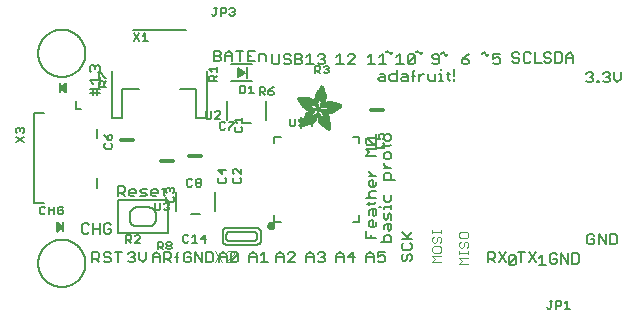
<source format=gbr>
G04 EAGLE Gerber RS-274X export*
G75*
%MOMM*%
%FSLAX34Y34*%
%LPD*%
%INSilkscreen Top*%
%IPPOS*%
%AMOC8*
5,1,8,0,0,1.08239X$1,22.5*%
G01*
%ADD10C,0.127000*%
%ADD11C,0.101600*%
%ADD12C,0.304800*%
%ADD13C,0.152400*%
%ADD14R,0.190500X0.889000*%
%ADD15C,0.203200*%
%ADD16R,0.200000X1.000000*%
%ADD17R,0.050800X0.006300*%
%ADD18R,0.082600X0.006400*%
%ADD19R,0.120600X0.006300*%
%ADD20R,0.139700X0.006400*%
%ADD21R,0.158800X0.006300*%
%ADD22R,0.177800X0.006400*%
%ADD23R,0.196800X0.006300*%
%ADD24R,0.215900X0.006400*%
%ADD25R,0.228600X0.006300*%
%ADD26R,0.241300X0.006400*%
%ADD27R,0.254000X0.006300*%
%ADD28R,0.266700X0.006400*%
%ADD29R,0.279400X0.006300*%
%ADD30R,0.285700X0.006400*%
%ADD31R,0.298400X0.006300*%
%ADD32R,0.311200X0.006400*%
%ADD33R,0.317500X0.006300*%
%ADD34R,0.330200X0.006400*%
%ADD35R,0.336600X0.006300*%
%ADD36R,0.349200X0.006400*%
%ADD37R,0.361900X0.006300*%
%ADD38R,0.368300X0.006400*%
%ADD39R,0.381000X0.006300*%
%ADD40R,0.387300X0.006400*%
%ADD41R,0.393700X0.006300*%
%ADD42R,0.406400X0.006400*%
%ADD43R,0.412700X0.006300*%
%ADD44R,0.419100X0.006400*%
%ADD45R,0.431800X0.006300*%
%ADD46R,0.438100X0.006400*%
%ADD47R,0.450800X0.006300*%
%ADD48R,0.457200X0.006400*%
%ADD49R,0.463500X0.006300*%
%ADD50R,0.476200X0.006400*%
%ADD51R,0.482600X0.006300*%
%ADD52R,0.488900X0.006400*%
%ADD53R,0.501600X0.006300*%
%ADD54R,0.508000X0.006400*%
%ADD55R,0.514300X0.006300*%
%ADD56R,0.527000X0.006400*%
%ADD57R,0.533400X0.006300*%
%ADD58R,0.546100X0.006400*%
%ADD59R,0.552400X0.006300*%
%ADD60R,0.558800X0.006400*%
%ADD61R,0.571500X0.006300*%
%ADD62R,0.577800X0.006400*%
%ADD63R,0.584200X0.006300*%
%ADD64R,0.596900X0.006400*%
%ADD65R,0.603200X0.006300*%
%ADD66R,0.609600X0.006400*%
%ADD67R,0.622300X0.006300*%
%ADD68R,0.628600X0.006400*%
%ADD69R,0.641300X0.006300*%
%ADD70R,0.647700X0.006400*%
%ADD71R,0.063500X0.006300*%
%ADD72R,0.654000X0.006300*%
%ADD73R,0.101600X0.006400*%
%ADD74R,0.666700X0.006400*%
%ADD75R,0.139700X0.006300*%
%ADD76R,0.673100X0.006300*%
%ADD77R,0.165100X0.006400*%
%ADD78R,0.679400X0.006400*%
%ADD79R,0.196900X0.006300*%
%ADD80R,0.692100X0.006300*%
%ADD81R,0.222200X0.006400*%
%ADD82R,0.698500X0.006400*%
%ADD83R,0.247700X0.006300*%
%ADD84R,0.704800X0.006300*%
%ADD85R,0.279400X0.006400*%
%ADD86R,0.717500X0.006400*%
%ADD87R,0.298500X0.006300*%
%ADD88R,0.723900X0.006300*%
%ADD89R,0.736600X0.006400*%
%ADD90R,0.342900X0.006300*%
%ADD91R,0.742900X0.006300*%
%ADD92R,0.374700X0.006400*%
%ADD93R,0.749300X0.006400*%
%ADD94R,0.762000X0.006300*%
%ADD95R,0.412700X0.006400*%
%ADD96R,0.768300X0.006400*%
%ADD97R,0.438100X0.006300*%
%ADD98R,0.774700X0.006300*%
%ADD99R,0.463600X0.006400*%
%ADD100R,0.787400X0.006400*%
%ADD101R,0.793700X0.006300*%
%ADD102R,0.495300X0.006400*%
%ADD103R,0.800100X0.006400*%
%ADD104R,0.520700X0.006300*%
%ADD105R,0.812800X0.006300*%
%ADD106R,0.533400X0.006400*%
%ADD107R,0.819100X0.006400*%
%ADD108R,0.558800X0.006300*%
%ADD109R,0.825500X0.006300*%
%ADD110R,0.577900X0.006400*%
%ADD111R,0.831800X0.006400*%
%ADD112R,0.596900X0.006300*%
%ADD113R,0.844500X0.006300*%
%ADD114R,0.616000X0.006400*%
%ADD115R,0.850900X0.006400*%
%ADD116R,0.635000X0.006300*%
%ADD117R,0.857200X0.006300*%
%ADD118R,0.654100X0.006400*%
%ADD119R,0.863600X0.006400*%
%ADD120R,0.666700X0.006300*%
%ADD121R,0.869900X0.006300*%
%ADD122R,0.685800X0.006400*%
%ADD123R,0.876300X0.006400*%
%ADD124R,0.882600X0.006300*%
%ADD125R,0.723900X0.006400*%
%ADD126R,0.889000X0.006400*%
%ADD127R,0.895300X0.006300*%
%ADD128R,0.755700X0.006400*%
%ADD129R,0.901700X0.006400*%
%ADD130R,0.908000X0.006300*%
%ADD131R,0.793800X0.006400*%
%ADD132R,0.914400X0.006400*%
%ADD133R,0.806400X0.006300*%
%ADD134R,0.920700X0.006300*%
%ADD135R,0.825500X0.006400*%
%ADD136R,0.927100X0.006400*%
%ADD137R,0.933400X0.006300*%
%ADD138R,0.857300X0.006400*%
%ADD139R,0.939800X0.006400*%
%ADD140R,0.870000X0.006300*%
%ADD141R,0.939800X0.006300*%
%ADD142R,0.946100X0.006400*%
%ADD143R,0.952500X0.006300*%
%ADD144R,0.908000X0.006400*%
%ADD145R,0.958800X0.006400*%
%ADD146R,0.965200X0.006300*%
%ADD147R,0.965200X0.006400*%
%ADD148R,0.971500X0.006300*%
%ADD149R,0.952500X0.006400*%
%ADD150R,0.977900X0.006400*%
%ADD151R,0.958800X0.006300*%
%ADD152R,0.984200X0.006300*%
%ADD153R,0.971500X0.006400*%
%ADD154R,0.984200X0.006400*%
%ADD155R,0.990600X0.006300*%
%ADD156R,0.984300X0.006400*%
%ADD157R,0.996900X0.006400*%
%ADD158R,0.997000X0.006300*%
%ADD159R,0.996900X0.006300*%
%ADD160R,1.003300X0.006400*%
%ADD161R,1.016000X0.006300*%
%ADD162R,1.009600X0.006300*%
%ADD163R,1.016000X0.006400*%
%ADD164R,1.009600X0.006400*%
%ADD165R,1.022300X0.006300*%
%ADD166R,1.028700X0.006400*%
%ADD167R,1.035100X0.006300*%
%ADD168R,1.047800X0.006400*%
%ADD169R,1.054100X0.006300*%
%ADD170R,1.028700X0.006300*%
%ADD171R,1.054100X0.006400*%
%ADD172R,1.035000X0.006400*%
%ADD173R,1.060400X0.006300*%
%ADD174R,1.035000X0.006300*%
%ADD175R,1.060500X0.006400*%
%ADD176R,1.041400X0.006400*%
%ADD177R,1.066800X0.006300*%
%ADD178R,1.041400X0.006300*%
%ADD179R,1.079500X0.006400*%
%ADD180R,1.047700X0.006400*%
%ADD181R,1.085900X0.006300*%
%ADD182R,1.047700X0.006300*%
%ADD183R,1.085800X0.006400*%
%ADD184R,1.092200X0.006300*%
%ADD185R,1.085900X0.006400*%
%ADD186R,1.098600X0.006300*%
%ADD187R,1.098600X0.006400*%
%ADD188R,1.060400X0.006400*%
%ADD189R,1.104900X0.006300*%
%ADD190R,1.104900X0.006400*%
%ADD191R,1.066800X0.006400*%
%ADD192R,1.111200X0.006300*%
%ADD193R,1.117600X0.006400*%
%ADD194R,1.117600X0.006300*%
%ADD195R,1.073100X0.006300*%
%ADD196R,1.073100X0.006400*%
%ADD197R,1.124000X0.006300*%
%ADD198R,1.079500X0.006300*%
%ADD199R,1.123900X0.006400*%
%ADD200R,1.130300X0.006300*%
%ADD201R,1.130300X0.006400*%
%ADD202R,1.136700X0.006400*%
%ADD203R,1.136700X0.006300*%
%ADD204R,1.085800X0.006300*%
%ADD205R,1.136600X0.006400*%
%ADD206R,1.136600X0.006300*%
%ADD207R,1.143000X0.006400*%
%ADD208R,1.143000X0.006300*%
%ADD209R,1.149400X0.006300*%
%ADD210R,1.149300X0.006300*%
%ADD211R,1.149300X0.006400*%
%ADD212R,1.149400X0.006400*%
%ADD213R,1.155700X0.006400*%
%ADD214R,1.155700X0.006300*%
%ADD215R,1.060500X0.006300*%
%ADD216R,2.197100X0.006400*%
%ADD217R,2.197100X0.006300*%
%ADD218R,2.184400X0.006300*%
%ADD219R,2.184400X0.006400*%
%ADD220R,2.171700X0.006400*%
%ADD221R,2.171700X0.006300*%
%ADD222R,1.530300X0.006400*%
%ADD223R,1.505000X0.006300*%
%ADD224R,1.492300X0.006400*%
%ADD225R,1.485900X0.006300*%
%ADD226R,0.565200X0.006300*%
%ADD227R,1.473200X0.006400*%
%ADD228R,0.565200X0.006400*%
%ADD229R,1.460500X0.006300*%
%ADD230R,1.454100X0.006400*%
%ADD231R,0.552400X0.006400*%
%ADD232R,1.441500X0.006300*%
%ADD233R,0.546100X0.006300*%
%ADD234R,1.435100X0.006400*%
%ADD235R,0.539800X0.006400*%
%ADD236R,1.428800X0.006300*%
%ADD237R,1.422400X0.006400*%
%ADD238R,1.409700X0.006300*%
%ADD239R,0.527100X0.006300*%
%ADD240R,1.403300X0.006400*%
%ADD241R,0.527100X0.006400*%
%ADD242R,1.390700X0.006300*%
%ADD243R,1.384300X0.006400*%
%ADD244R,0.520700X0.006400*%
%ADD245R,1.384300X0.006300*%
%ADD246R,0.514400X0.006300*%
%ADD247R,1.371600X0.006400*%
%ADD248R,1.365200X0.006300*%
%ADD249R,0.508000X0.006300*%
%ADD250R,1.352600X0.006400*%
%ADD251R,0.501700X0.006400*%
%ADD252R,0.711200X0.006300*%
%ADD253R,0.603300X0.006300*%
%ADD254R,0.501700X0.006300*%
%ADD255R,0.692100X0.006400*%
%ADD256R,0.571500X0.006400*%
%ADD257R,0.679400X0.006300*%
%ADD258R,0.495300X0.006300*%
%ADD259R,0.673100X0.006400*%
%ADD260R,0.666800X0.006300*%
%ADD261R,0.488900X0.006300*%
%ADD262R,0.660400X0.006400*%
%ADD263R,0.482600X0.006400*%
%ADD264R,0.476200X0.006300*%
%ADD265R,0.654000X0.006400*%
%ADD266R,0.469900X0.006400*%
%ADD267R,0.476300X0.006400*%
%ADD268R,0.647700X0.006300*%
%ADD269R,0.457200X0.006300*%
%ADD270R,0.469900X0.006300*%
%ADD271R,0.641300X0.006400*%
%ADD272R,0.444500X0.006400*%
%ADD273R,0.463600X0.006300*%
%ADD274R,0.635000X0.006400*%
%ADD275R,0.463500X0.006400*%
%ADD276R,0.393700X0.006400*%
%ADD277R,0.450800X0.006400*%
%ADD278R,0.628600X0.006300*%
%ADD279R,0.387400X0.006300*%
%ADD280R,0.450900X0.006300*%
%ADD281R,0.628700X0.006400*%
%ADD282R,0.374600X0.006400*%
%ADD283R,0.368300X0.006300*%
%ADD284R,0.438200X0.006300*%
%ADD285R,0.622300X0.006400*%
%ADD286R,0.355600X0.006400*%
%ADD287R,0.431800X0.006400*%
%ADD288R,0.349300X0.006300*%
%ADD289R,0.425400X0.006300*%
%ADD290R,0.615900X0.006300*%
%ADD291R,0.330200X0.006300*%
%ADD292R,0.419100X0.006300*%
%ADD293R,0.616000X0.006300*%
%ADD294R,0.311200X0.006300*%
%ADD295R,0.406400X0.006300*%
%ADD296R,0.615900X0.006400*%
%ADD297R,0.304800X0.006400*%
%ADD298R,0.158800X0.006400*%
%ADD299R,0.609600X0.006300*%
%ADD300R,0.292100X0.006300*%
%ADD301R,0.235000X0.006300*%
%ADD302R,0.387400X0.006400*%
%ADD303R,0.292100X0.006400*%
%ADD304R,0.336500X0.006300*%
%ADD305R,0.260400X0.006300*%
%ADD306R,0.603300X0.006400*%
%ADD307R,0.260400X0.006400*%
%ADD308R,0.362000X0.006400*%
%ADD309R,0.450900X0.006400*%
%ADD310R,0.355600X0.006300*%
%ADD311R,0.342900X0.006400*%
%ADD312R,0.514300X0.006400*%
%ADD313R,0.234900X0.006300*%
%ADD314R,0.539700X0.006300*%
%ADD315R,0.603200X0.006400*%
%ADD316R,0.234900X0.006400*%
%ADD317R,0.920700X0.006400*%
%ADD318R,0.958900X0.006400*%
%ADD319R,0.215900X0.006300*%
%ADD320R,0.209600X0.006400*%
%ADD321R,0.203200X0.006300*%
%ADD322R,1.003300X0.006300*%
%ADD323R,0.203200X0.006400*%
%ADD324R,0.196900X0.006400*%
%ADD325R,0.190500X0.006300*%
%ADD326R,0.190500X0.006400*%
%ADD327R,0.184200X0.006300*%
%ADD328R,0.590500X0.006400*%
%ADD329R,0.184200X0.006400*%
%ADD330R,0.590500X0.006300*%
%ADD331R,0.177800X0.006300*%
%ADD332R,0.584200X0.006400*%
%ADD333R,1.168400X0.006400*%
%ADD334R,0.171500X0.006300*%
%ADD335R,1.187500X0.006300*%
%ADD336R,1.200100X0.006400*%
%ADD337R,0.577800X0.006300*%
%ADD338R,1.212900X0.006300*%
%ADD339R,1.231900X0.006400*%
%ADD340R,1.250900X0.006300*%
%ADD341R,0.565100X0.006400*%
%ADD342R,0.184100X0.006400*%
%ADD343R,1.263700X0.006400*%
%ADD344R,0.565100X0.006300*%
%ADD345R,1.289100X0.006300*%
%ADD346R,1.314400X0.006400*%
%ADD347R,0.552500X0.006300*%
%ADD348R,1.568500X0.006300*%
%ADD349R,0.552500X0.006400*%
%ADD350R,1.581200X0.006400*%
%ADD351R,1.593800X0.006300*%
%ADD352R,1.606500X0.006400*%
%ADD353R,1.619300X0.006300*%
%ADD354R,0.514400X0.006400*%
%ADD355R,1.638300X0.006400*%
%ADD356R,1.657300X0.006300*%
%ADD357R,2.209800X0.006400*%
%ADD358R,2.425700X0.006300*%
%ADD359R,2.470100X0.006400*%
%ADD360R,2.501900X0.006300*%
%ADD361R,2.533700X0.006400*%
%ADD362R,2.559000X0.006300*%
%ADD363R,2.584500X0.006400*%
%ADD364R,2.609900X0.006300*%
%ADD365R,2.628900X0.006400*%
%ADD366R,2.660600X0.006300*%
%ADD367R,2.673400X0.006400*%
%ADD368R,1.422400X0.006300*%
%ADD369R,1.200200X0.006300*%
%ADD370R,1.365300X0.006300*%
%ADD371R,1.365300X0.006400*%
%ADD372R,1.352500X0.006300*%
%ADD373R,1.098500X0.006300*%
%ADD374R,1.358900X0.006400*%
%ADD375R,1.352600X0.006300*%
%ADD376R,1.358900X0.006300*%
%ADD377R,1.371600X0.006300*%
%ADD378R,1.377900X0.006400*%
%ADD379R,1.397000X0.006400*%
%ADD380R,1.403300X0.006300*%
%ADD381R,0.914400X0.006300*%
%ADD382R,0.876300X0.006300*%
%ADD383R,0.374600X0.006300*%
%ADD384R,1.073200X0.006400*%
%ADD385R,0.374700X0.006300*%
%ADD386R,0.844600X0.006400*%
%ADD387R,0.844600X0.006300*%
%ADD388R,0.831900X0.006400*%
%ADD389R,1.092200X0.006400*%
%ADD390R,0.400000X0.006300*%
%ADD391R,0.819200X0.006400*%
%ADD392R,1.111300X0.006400*%
%ADD393R,0.812800X0.006400*%
%ADD394R,0.800100X0.006300*%
%ADD395R,0.476300X0.006300*%
%ADD396R,1.181100X0.006300*%
%ADD397R,0.501600X0.006400*%
%ADD398R,1.193800X0.006400*%
%ADD399R,0.781000X0.006400*%
%ADD400R,1.238200X0.006400*%
%ADD401R,0.781100X0.006300*%
%ADD402R,1.257300X0.006300*%
%ADD403R,1.295400X0.006400*%
%ADD404R,1.333500X0.006300*%
%ADD405R,0.774700X0.006400*%
%ADD406R,1.866900X0.006400*%
%ADD407R,0.209600X0.006300*%
%ADD408R,1.866900X0.006300*%
%ADD409R,0.768400X0.006400*%
%ADD410R,0.209500X0.006400*%
%ADD411R,1.860600X0.006400*%
%ADD412R,0.762000X0.006400*%
%ADD413R,0.768400X0.006300*%
%ADD414R,1.860600X0.006300*%
%ADD415R,1.860500X0.006400*%
%ADD416R,0.222300X0.006300*%
%ADD417R,1.854200X0.006300*%
%ADD418R,0.235000X0.006400*%
%ADD419R,1.854200X0.006400*%
%ADD420R,0.768300X0.006300*%
%ADD421R,0.260300X0.006400*%
%ADD422R,1.847800X0.006400*%
%ADD423R,0.266700X0.006300*%
%ADD424R,1.847800X0.006300*%
%ADD425R,0.273100X0.006400*%
%ADD426R,1.841500X0.006400*%
%ADD427R,0.285800X0.006300*%
%ADD428R,1.841500X0.006300*%
%ADD429R,0.298500X0.006400*%
%ADD430R,1.835100X0.006400*%
%ADD431R,0.781000X0.006300*%
%ADD432R,0.304800X0.006300*%
%ADD433R,1.835100X0.006300*%
%ADD434R,0.317500X0.006400*%
%ADD435R,1.828800X0.006400*%
%ADD436R,0.787400X0.006300*%
%ADD437R,0.323800X0.006300*%
%ADD438R,1.828800X0.006300*%
%ADD439R,0.793700X0.006400*%
%ADD440R,1.822400X0.006400*%
%ADD441R,0.806500X0.006300*%
%ADD442R,1.822400X0.006300*%
%ADD443R,1.816100X0.006400*%
%ADD444R,0.819100X0.006300*%
%ADD445R,0.387300X0.006300*%
%ADD446R,1.816100X0.006300*%
%ADD447R,1.809800X0.006400*%
%ADD448R,1.803400X0.006300*%
%ADD449R,1.797000X0.006400*%
%ADD450R,0.901700X0.006300*%
%ADD451R,1.797000X0.006300*%
%ADD452R,1.441400X0.006400*%
%ADD453R,1.790700X0.006400*%
%ADD454R,1.447800X0.006300*%
%ADD455R,1.784300X0.006300*%
%ADD456R,1.447800X0.006400*%
%ADD457R,1.784300X0.006400*%
%ADD458R,1.454100X0.006300*%
%ADD459R,1.771700X0.006300*%
%ADD460R,1.460500X0.006400*%
%ADD461R,1.759000X0.006400*%
%ADD462R,1.466800X0.006300*%
%ADD463R,1.752600X0.006300*%
%ADD464R,1.466800X0.006400*%
%ADD465R,1.739900X0.006400*%
%ADD466R,1.473200X0.006300*%
%ADD467R,1.727200X0.006300*%
%ADD468R,1.479500X0.006400*%
%ADD469R,1.714500X0.006400*%
%ADD470R,1.695400X0.006300*%
%ADD471R,1.485900X0.006400*%
%ADD472R,1.682700X0.006400*%
%ADD473R,1.492200X0.006300*%
%ADD474R,1.663700X0.006300*%
%ADD475R,1.498600X0.006400*%
%ADD476R,1.644600X0.006400*%
%ADD477R,1.498600X0.006300*%
%ADD478R,1.619200X0.006300*%
%ADD479R,1.511300X0.006400*%
%ADD480R,1.600200X0.006400*%
%ADD481R,1.517700X0.006300*%
%ADD482R,1.574800X0.006300*%
%ADD483R,1.524000X0.006400*%
%ADD484R,1.555800X0.006400*%
%ADD485R,1.524000X0.006300*%
%ADD486R,1.536700X0.006300*%
%ADD487R,1.530400X0.006400*%
%ADD488R,1.517700X0.006400*%
%ADD489R,1.492300X0.006300*%
%ADD490R,1.549400X0.006400*%
%ADD491R,1.479600X0.006400*%
%ADD492R,1.549400X0.006300*%
%ADD493R,1.555700X0.006400*%
%ADD494R,1.562100X0.006300*%
%ADD495R,0.323900X0.006300*%
%ADD496R,1.568400X0.006400*%
%ADD497R,0.336600X0.006400*%
%ADD498R,1.587500X0.006300*%
%ADD499R,0.971600X0.006300*%
%ADD500R,0.349300X0.006400*%
%ADD501R,1.600200X0.006300*%
%ADD502R,0.920800X0.006300*%
%ADD503R,0.882700X0.006400*%
%ADD504R,1.612900X0.006300*%
%ADD505R,0.362000X0.006300*%
%ADD506R,1.625600X0.006400*%
%ADD507R,1.625600X0.006300*%
%ADD508R,1.644600X0.006300*%
%ADD509R,0.736600X0.006300*%
%ADD510R,0.717600X0.006400*%
%ADD511R,1.657400X0.006300*%
%ADD512R,0.679500X0.006300*%
%ADD513R,1.663700X0.006400*%
%ADD514R,0.400000X0.006400*%
%ADD515R,1.676400X0.006300*%
%ADD516R,1.676400X0.006400*%
%ADD517R,0.425500X0.006400*%
%ADD518R,1.352500X0.006400*%
%ADD519R,0.444500X0.006300*%
%ADD520R,0.361900X0.006400*%
%ADD521R,0.088900X0.006300*%
%ADD522R,1.009700X0.006300*%
%ADD523R,1.009700X0.006400*%
%ADD524R,1.022300X0.006400*%
%ADD525R,1.346200X0.006400*%
%ADD526R,1.346200X0.006300*%
%ADD527R,1.339900X0.006400*%
%ADD528R,1.035100X0.006400*%
%ADD529R,1.339800X0.006300*%
%ADD530R,1.333500X0.006400*%
%ADD531R,1.327200X0.006400*%
%ADD532R,1.320800X0.006300*%
%ADD533R,1.314500X0.006400*%
%ADD534R,1.314400X0.006300*%
%ADD535R,1.301700X0.006400*%
%ADD536R,1.295400X0.006300*%
%ADD537R,1.289000X0.006400*%
%ADD538R,1.276300X0.006300*%
%ADD539R,1.251000X0.006300*%
%ADD540R,1.244600X0.006400*%
%ADD541R,1.231900X0.006300*%
%ADD542R,1.212800X0.006400*%
%ADD543R,1.200100X0.006300*%
%ADD544R,1.187400X0.006400*%
%ADD545R,1.168400X0.006300*%
%ADD546R,1.047800X0.006300*%
%ADD547R,0.977900X0.006300*%
%ADD548R,0.946200X0.006400*%
%ADD549R,0.933400X0.006400*%
%ADD550R,0.895300X0.006400*%
%ADD551R,0.882700X0.006300*%
%ADD552R,0.863600X0.006300*%
%ADD553R,0.857200X0.006400*%
%ADD554R,0.850900X0.006300*%
%ADD555R,0.838200X0.006300*%
%ADD556R,0.806500X0.006400*%
%ADD557R,0.717600X0.006300*%
%ADD558R,0.711200X0.006400*%
%ADD559R,0.641400X0.006400*%
%ADD560R,0.641400X0.006300*%
%ADD561R,0.628700X0.006300*%
%ADD562R,0.590600X0.006300*%
%ADD563R,0.539700X0.006400*%
%ADD564R,0.285700X0.006300*%
%ADD565R,0.222200X0.006300*%
%ADD566R,0.171400X0.006300*%
%ADD567R,0.152400X0.006400*%
%ADD568R,0.133400X0.006300*%
%ADD569C,0.406400*%
%ADD570C,0.076200*%

G36*
X21647Y51314D02*
X21647Y51314D01*
X21665Y51312D01*
X21767Y51340D01*
X21870Y51362D01*
X21885Y51371D01*
X21902Y51376D01*
X22047Y51461D01*
X27127Y55271D01*
X27130Y55274D01*
X27134Y55276D01*
X27215Y55363D01*
X27297Y55448D01*
X27299Y55452D01*
X27302Y55455D01*
X27352Y55564D01*
X27402Y55671D01*
X27402Y55675D01*
X27404Y55679D01*
X27417Y55797D01*
X27430Y55915D01*
X27430Y55919D01*
X27430Y55924D01*
X27404Y56040D01*
X27380Y56156D01*
X27377Y56160D01*
X27376Y56164D01*
X27315Y56266D01*
X27255Y56368D01*
X27251Y56371D01*
X27249Y56374D01*
X27127Y56489D01*
X22047Y60299D01*
X22031Y60307D01*
X22018Y60320D01*
X22003Y60327D01*
X21995Y60333D01*
X21945Y60353D01*
X21922Y60364D01*
X21829Y60413D01*
X21811Y60416D01*
X21795Y60423D01*
X21690Y60435D01*
X21586Y60451D01*
X21568Y60448D01*
X21551Y60450D01*
X21448Y60428D01*
X21343Y60410D01*
X21328Y60402D01*
X21310Y60398D01*
X21220Y60344D01*
X21127Y60294D01*
X21114Y60281D01*
X21099Y60272D01*
X21030Y60192D01*
X20958Y60115D01*
X20951Y60098D01*
X20939Y60085D01*
X20900Y59987D01*
X20856Y59891D01*
X20854Y59873D01*
X20847Y59857D01*
X20829Y59690D01*
X20829Y52070D01*
X20832Y52052D01*
X20830Y52035D01*
X20851Y51931D01*
X20869Y51827D01*
X20877Y51812D01*
X20881Y51794D01*
X20934Y51703D01*
X20984Y51610D01*
X20996Y51598D01*
X21006Y51582D01*
X21085Y51513D01*
X21162Y51441D01*
X21178Y51433D01*
X21192Y51421D01*
X21289Y51381D01*
X21385Y51337D01*
X21403Y51335D01*
X21419Y51328D01*
X21525Y51321D01*
X21629Y51310D01*
X21647Y51314D01*
G37*
G36*
X29012Y169022D02*
X29012Y169022D01*
X29029Y169020D01*
X29132Y169042D01*
X29237Y169060D01*
X29252Y169068D01*
X29270Y169072D01*
X29360Y169126D01*
X29454Y169176D01*
X29466Y169189D01*
X29481Y169198D01*
X29550Y169278D01*
X29622Y169355D01*
X29629Y169372D01*
X29641Y169385D01*
X29680Y169483D01*
X29724Y169579D01*
X29726Y169597D01*
X29733Y169613D01*
X29751Y169780D01*
X29751Y177400D01*
X29749Y177417D01*
X29750Y177432D01*
X29750Y177435D01*
X29729Y177539D01*
X29712Y177643D01*
X29703Y177658D01*
X29700Y177676D01*
X29646Y177767D01*
X29596Y177860D01*
X29584Y177872D01*
X29575Y177888D01*
X29495Y177957D01*
X29418Y178030D01*
X29402Y178037D01*
X29388Y178049D01*
X29291Y178089D01*
X29195Y178133D01*
X29177Y178135D01*
X29161Y178142D01*
X29055Y178149D01*
X28951Y178160D01*
X28933Y178156D01*
X28915Y178158D01*
X28813Y178130D01*
X28740Y178114D01*
X28737Y178114D01*
X28710Y178108D01*
X28695Y178099D01*
X28678Y178094D01*
X28533Y178009D01*
X23453Y174199D01*
X23450Y174196D01*
X23447Y174194D01*
X23365Y174107D01*
X23283Y174022D01*
X23281Y174018D01*
X23278Y174015D01*
X23228Y173906D01*
X23178Y173799D01*
X23178Y173795D01*
X23176Y173791D01*
X23163Y173673D01*
X23150Y173555D01*
X23150Y173551D01*
X23150Y173546D01*
X23176Y173430D01*
X23201Y173314D01*
X23203Y173310D01*
X23204Y173306D01*
X23265Y173204D01*
X23326Y173102D01*
X23329Y173099D01*
X23331Y173096D01*
X23453Y172981D01*
X28533Y169171D01*
X28549Y169163D01*
X28562Y169151D01*
X28658Y169106D01*
X28751Y169057D01*
X28769Y169054D01*
X28785Y169047D01*
X28890Y169035D01*
X28994Y169019D01*
X29012Y169022D01*
G37*
G36*
X175845Y183683D02*
X175845Y183683D01*
X175916Y183681D01*
X175986Y183700D01*
X176057Y183708D01*
X176112Y183733D01*
X176191Y183753D01*
X176294Y183814D01*
X176363Y183845D01*
X179363Y185845D01*
X179450Y185922D01*
X179540Y185995D01*
X179555Y186017D01*
X179575Y186035D01*
X179637Y186132D01*
X179704Y186227D01*
X179712Y186253D01*
X179727Y186275D01*
X179759Y186386D01*
X179797Y186496D01*
X179798Y186523D01*
X179805Y186548D01*
X179805Y186664D01*
X179811Y186780D01*
X179805Y186806D01*
X179805Y186833D01*
X179773Y186944D01*
X179747Y187057D01*
X179734Y187080D01*
X179726Y187106D01*
X179664Y187204D01*
X179608Y187305D01*
X179590Y187321D01*
X179575Y187346D01*
X179367Y187531D01*
X179363Y187535D01*
X176363Y189535D01*
X176299Y189566D01*
X176239Y189606D01*
X176171Y189627D01*
X176107Y189658D01*
X176036Y189670D01*
X175968Y189691D01*
X175897Y189693D01*
X175827Y189705D01*
X175755Y189697D01*
X175684Y189699D01*
X175615Y189681D01*
X175544Y189672D01*
X175478Y189645D01*
X175409Y189627D01*
X175348Y189590D01*
X175282Y189563D01*
X175226Y189518D01*
X175164Y189482D01*
X175115Y189430D01*
X175060Y189385D01*
X175019Y189327D01*
X174970Y189274D01*
X174937Y189211D01*
X174896Y189153D01*
X174873Y189085D01*
X174840Y189021D01*
X174830Y188962D01*
X174803Y188884D01*
X174797Y188765D01*
X174785Y188690D01*
X174785Y184690D01*
X174795Y184619D01*
X174795Y184547D01*
X174815Y184479D01*
X174825Y184409D01*
X174854Y184343D01*
X174874Y184274D01*
X174912Y184214D01*
X174941Y184149D01*
X174987Y184094D01*
X175025Y184034D01*
X175079Y183986D01*
X175125Y183932D01*
X175184Y183892D01*
X175238Y183845D01*
X175302Y183814D01*
X175361Y183775D01*
X175430Y183753D01*
X175494Y183722D01*
X175564Y183710D01*
X175632Y183689D01*
X175704Y183687D01*
X175775Y183675D01*
X175845Y183683D01*
G37*
D10*
X203772Y202573D02*
X203772Y195158D01*
X205255Y193675D01*
X208221Y193675D01*
X209704Y195158D01*
X209704Y202573D01*
X217576Y202573D02*
X219059Y201090D01*
X217576Y202573D02*
X214610Y202573D01*
X213127Y201090D01*
X213127Y199607D01*
X214610Y198124D01*
X217576Y198124D01*
X219059Y196641D01*
X219059Y195158D01*
X217576Y193675D01*
X214610Y193675D01*
X213127Y195158D01*
X222483Y193675D02*
X222483Y202573D01*
X226931Y202573D01*
X228414Y201090D01*
X228414Y199607D01*
X226931Y198124D01*
X228414Y196641D01*
X228414Y195158D01*
X226931Y193675D01*
X222483Y193675D01*
X222483Y198124D02*
X226931Y198124D01*
X51372Y34933D02*
X51372Y26035D01*
X51372Y34933D02*
X55821Y34933D01*
X57304Y33450D01*
X57304Y30484D01*
X55821Y29001D01*
X51372Y29001D01*
X54338Y29001D02*
X57304Y26035D01*
X65176Y34933D02*
X66659Y33450D01*
X65176Y34933D02*
X62210Y34933D01*
X60727Y33450D01*
X60727Y31967D01*
X62210Y30484D01*
X65176Y30484D01*
X66659Y29001D01*
X66659Y27518D01*
X65176Y26035D01*
X62210Y26035D01*
X60727Y27518D01*
X73048Y26035D02*
X73048Y34933D01*
X70083Y34933D02*
X76014Y34933D01*
X102461Y31967D02*
X102461Y26035D01*
X102461Y31967D02*
X105427Y34933D01*
X108393Y31967D01*
X108393Y26035D01*
X108393Y30484D02*
X102461Y30484D01*
X111817Y26035D02*
X111817Y34933D01*
X116265Y34933D01*
X117748Y33450D01*
X117748Y30484D01*
X116265Y29001D01*
X111817Y29001D01*
X114782Y29001D02*
X117748Y26035D01*
X122655Y26035D02*
X122655Y33450D01*
X124138Y34933D01*
X124138Y30484D02*
X121172Y30484D01*
X82933Y34933D02*
X81450Y33450D01*
X82933Y34933D02*
X85899Y34933D01*
X87382Y33450D01*
X87382Y31967D01*
X85899Y30484D01*
X84416Y30484D01*
X85899Y30484D02*
X87382Y29001D01*
X87382Y27518D01*
X85899Y26035D01*
X82933Y26035D01*
X81450Y27518D01*
X90805Y29001D02*
X90805Y34933D01*
X90805Y29001D02*
X93771Y26035D01*
X96737Y29001D01*
X96737Y34933D01*
X283380Y31967D02*
X283380Y26035D01*
X283380Y31967D02*
X286346Y34933D01*
X289312Y31967D01*
X289312Y26035D01*
X289312Y30484D02*
X283380Y30484D01*
X292735Y34933D02*
X298667Y34933D01*
X292735Y34933D02*
X292735Y30484D01*
X295701Y31967D01*
X297184Y31967D01*
X298667Y30484D01*
X298667Y27518D01*
X297184Y26035D01*
X294218Y26035D01*
X292735Y27518D01*
X257980Y26035D02*
X257980Y31967D01*
X260946Y34933D01*
X263912Y31967D01*
X263912Y26035D01*
X263912Y30484D02*
X257980Y30484D01*
X271784Y26035D02*
X271784Y34933D01*
X267335Y30484D01*
X273267Y30484D01*
X232580Y31967D02*
X232580Y26035D01*
X232580Y31967D02*
X235546Y34933D01*
X238512Y31967D01*
X238512Y26035D01*
X238512Y30484D02*
X232580Y30484D01*
X241935Y33450D02*
X243418Y34933D01*
X246384Y34933D01*
X247867Y33450D01*
X247867Y31967D01*
X246384Y30484D01*
X244901Y30484D01*
X246384Y30484D02*
X247867Y29001D01*
X247867Y27518D01*
X246384Y26035D01*
X243418Y26035D01*
X241935Y27518D01*
X207180Y26035D02*
X207180Y31967D01*
X210146Y34933D01*
X213112Y31967D01*
X213112Y26035D01*
X213112Y30484D02*
X207180Y30484D01*
X216535Y26035D02*
X222467Y26035D01*
X216535Y26035D02*
X222467Y31967D01*
X222467Y33450D01*
X220984Y34933D01*
X218018Y34933D01*
X216535Y33450D01*
X184320Y31967D02*
X184320Y26035D01*
X184320Y31967D02*
X187286Y34933D01*
X190252Y31967D01*
X190252Y26035D01*
X190252Y30484D02*
X184320Y30484D01*
X193675Y31967D02*
X196641Y34933D01*
X196641Y26035D01*
X193675Y26035D02*
X199607Y26035D01*
X158920Y26035D02*
X158920Y31967D01*
X161886Y34933D01*
X164852Y31967D01*
X164852Y26035D01*
X164852Y30484D02*
X158920Y30484D01*
X168275Y27518D02*
X168275Y33450D01*
X169758Y34933D01*
X172724Y34933D01*
X174207Y33450D01*
X174207Y27518D01*
X172724Y26035D01*
X169758Y26035D01*
X168275Y27518D01*
X174207Y33450D01*
X232580Y199607D02*
X235546Y202573D01*
X235546Y193675D01*
X232580Y193675D02*
X238512Y193675D01*
X241935Y201090D02*
X243418Y202573D01*
X246384Y202573D01*
X247867Y201090D01*
X247867Y199607D01*
X246384Y198124D01*
X244901Y198124D01*
X246384Y198124D02*
X247867Y196641D01*
X247867Y195158D01*
X246384Y193675D01*
X243418Y193675D01*
X241935Y195158D01*
X381170Y202573D02*
X382653Y204056D01*
X385619Y201090D01*
X387102Y202573D01*
X390525Y202573D02*
X396457Y202573D01*
X390525Y202573D02*
X390525Y198124D01*
X393491Y199607D01*
X394974Y199607D01*
X396457Y198124D01*
X396457Y195158D01*
X394974Y193675D01*
X392008Y193675D01*
X390525Y195158D01*
X287616Y202573D02*
X284650Y199607D01*
X287616Y202573D02*
X287616Y193675D01*
X284650Y193675D02*
X290582Y193675D01*
X294005Y199607D02*
X296971Y202573D01*
X296971Y193675D01*
X294005Y193675D02*
X299937Y193675D01*
X308780Y199607D02*
X311746Y202573D01*
X311746Y193675D01*
X308780Y193675D02*
X314712Y193675D01*
X318135Y195158D02*
X318135Y201090D01*
X319618Y202573D01*
X322584Y202573D01*
X324067Y201090D01*
X324067Y195158D01*
X322584Y193675D01*
X319618Y193675D01*
X318135Y195158D01*
X324067Y201090D01*
X338857Y195158D02*
X340340Y193675D01*
X343306Y193675D01*
X344789Y195158D01*
X344789Y201090D01*
X343306Y202573D01*
X340340Y202573D01*
X338857Y201090D01*
X338857Y199607D01*
X340340Y198124D01*
X344789Y198124D01*
X314530Y33174D02*
X313047Y31691D01*
X313047Y28725D01*
X314530Y27242D01*
X316013Y27242D01*
X317496Y28725D01*
X317496Y31691D01*
X318979Y33174D01*
X320462Y33174D01*
X321945Y31691D01*
X321945Y28725D01*
X320462Y27242D01*
X313047Y41046D02*
X314530Y42529D01*
X313047Y41046D02*
X313047Y38080D01*
X314530Y36597D01*
X320462Y36597D01*
X321945Y38080D01*
X321945Y41046D01*
X320462Y42529D01*
X321945Y45953D02*
X313047Y45953D01*
X313047Y51884D02*
X318979Y45953D01*
X317496Y47436D02*
X321945Y51884D01*
D11*
X338956Y26141D02*
X346837Y26141D01*
X341583Y28768D02*
X338956Y26141D01*
X341583Y28768D02*
X338956Y31395D01*
X346837Y31395D01*
X338956Y35640D02*
X338956Y38267D01*
X338956Y35640D02*
X340270Y34327D01*
X345524Y34327D01*
X346837Y35640D01*
X346837Y38267D01*
X345524Y39580D01*
X340270Y39580D01*
X338956Y38267D01*
X338956Y46453D02*
X340270Y47766D01*
X338956Y46453D02*
X338956Y43826D01*
X340270Y42512D01*
X341583Y42512D01*
X342897Y43826D01*
X342897Y46453D01*
X344210Y47766D01*
X345524Y47766D01*
X346837Y46453D01*
X346837Y43826D01*
X345524Y42512D01*
X346837Y50698D02*
X346837Y53325D01*
X346837Y52012D02*
X338956Y52012D01*
X338956Y53325D02*
X338956Y50698D01*
X361816Y24871D02*
X369697Y24871D01*
X364443Y27498D02*
X361816Y24871D01*
X364443Y27498D02*
X361816Y30125D01*
X369697Y30125D01*
X369697Y33057D02*
X369697Y35683D01*
X369697Y34370D02*
X361816Y34370D01*
X361816Y33057D02*
X361816Y35683D01*
X361816Y42454D02*
X363130Y43768D01*
X361816Y42454D02*
X361816Y39827D01*
X363130Y38514D01*
X364443Y38514D01*
X365757Y39827D01*
X365757Y42454D01*
X367070Y43768D01*
X368384Y43768D01*
X369697Y42454D01*
X369697Y39827D01*
X368384Y38514D01*
X361816Y48013D02*
X361816Y50640D01*
X361816Y48013D02*
X363130Y46699D01*
X368384Y46699D01*
X369697Y48013D01*
X369697Y50640D01*
X368384Y51953D01*
X363130Y51953D01*
X361816Y50640D01*
D10*
X412904Y202360D02*
X411421Y203843D01*
X408455Y203843D01*
X406972Y202360D01*
X406972Y200877D01*
X408455Y199394D01*
X411421Y199394D01*
X412904Y197911D01*
X412904Y196428D01*
X411421Y194945D01*
X408455Y194945D01*
X406972Y196428D01*
X420776Y203843D02*
X422259Y202360D01*
X420776Y203843D02*
X417810Y203843D01*
X416327Y202360D01*
X416327Y196428D01*
X417810Y194945D01*
X420776Y194945D01*
X422259Y196428D01*
X425683Y194945D02*
X425683Y203843D01*
X425683Y194945D02*
X431614Y194945D01*
X439574Y202360D02*
X438091Y203843D01*
X435125Y203843D01*
X433642Y202360D01*
X433642Y200877D01*
X435125Y199394D01*
X438091Y199394D01*
X439574Y197911D01*
X439574Y196428D01*
X438091Y194945D01*
X435125Y194945D01*
X433642Y196428D01*
X442997Y194945D02*
X442997Y203843D01*
X442997Y194945D02*
X447446Y194945D01*
X448929Y196428D01*
X448929Y202360D01*
X447446Y203843D01*
X442997Y203843D01*
X452353Y200877D02*
X452353Y194945D01*
X452353Y200877D02*
X455318Y203843D01*
X458284Y200877D01*
X458284Y194945D01*
X458284Y199394D02*
X452353Y199394D01*
X403627Y30910D02*
X403627Y24978D01*
X403627Y30910D02*
X405110Y32393D01*
X408076Y32393D01*
X409559Y30910D01*
X409559Y24978D01*
X408076Y23495D01*
X405110Y23495D01*
X403627Y24978D01*
X409559Y30910D01*
X429027Y29427D02*
X431993Y32393D01*
X431993Y23495D01*
X429027Y23495D02*
X434959Y23495D01*
X386250Y26035D02*
X386250Y34933D01*
X390699Y34933D01*
X392182Y33450D01*
X392182Y30484D01*
X390699Y29001D01*
X386250Y29001D01*
X389216Y29001D02*
X392182Y26035D01*
X401537Y26035D02*
X395605Y34933D01*
X401537Y34933D02*
X395605Y26035D01*
X414616Y26035D02*
X414616Y34933D01*
X411650Y34933D02*
X417582Y34933D01*
X421005Y34933D02*
X426937Y26035D01*
X421005Y26035D02*
X426937Y34933D01*
X154242Y196215D02*
X154242Y205113D01*
X158691Y205113D01*
X160174Y203630D01*
X160174Y202147D01*
X158691Y200664D01*
X160174Y199181D01*
X160174Y197698D01*
X158691Y196215D01*
X154242Y196215D01*
X154242Y200664D02*
X158691Y200664D01*
X163597Y202147D02*
X163597Y196215D01*
X163597Y202147D02*
X166563Y205113D01*
X169529Y202147D01*
X169529Y196215D01*
X169529Y200664D02*
X163597Y200664D01*
X175918Y196215D02*
X175918Y205113D01*
X172953Y205113D02*
X178884Y205113D01*
X257980Y199607D02*
X260946Y202573D01*
X260946Y193675D01*
X257980Y193675D02*
X263912Y193675D01*
X267335Y193675D02*
X273267Y193675D01*
X267335Y193675D02*
X273267Y199607D01*
X273267Y201090D01*
X271784Y202573D01*
X268818Y202573D01*
X267335Y201090D01*
X367223Y201090D02*
X370189Y202573D01*
X367223Y201090D02*
X364257Y198124D01*
X364257Y195158D01*
X365740Y193675D01*
X368706Y193675D01*
X370189Y195158D01*
X370189Y196641D01*
X368706Y198124D01*
X364257Y198124D01*
X134774Y33450D02*
X133291Y34933D01*
X130325Y34933D01*
X128842Y33450D01*
X128842Y27518D01*
X130325Y26035D01*
X133291Y26035D01*
X134774Y27518D01*
X134774Y30484D01*
X131808Y30484D01*
X138197Y26035D02*
X138197Y34933D01*
X144129Y26035D01*
X144129Y34933D01*
X147553Y34933D02*
X147553Y26035D01*
X152001Y26035D01*
X153484Y27518D01*
X153484Y33450D01*
X152001Y34933D01*
X147553Y34933D01*
X57785Y169695D02*
X48887Y169695D01*
X48887Y172661D02*
X57785Y172661D01*
X51853Y172661D02*
X51853Y168212D01*
X51853Y172661D02*
X51853Y174144D01*
X54819Y174144D02*
X54819Y168212D01*
X51853Y177567D02*
X48887Y180533D01*
X57785Y180533D01*
X57785Y177567D02*
X57785Y183499D01*
X50370Y186923D02*
X48887Y188406D01*
X48887Y191371D01*
X50370Y192854D01*
X51853Y192854D01*
X53336Y191371D01*
X53336Y189888D01*
X53336Y191371D02*
X54819Y192854D01*
X56302Y192854D01*
X57785Y191371D01*
X57785Y188406D01*
X56302Y186923D01*
X183050Y205113D02*
X188982Y205113D01*
X183050Y205113D02*
X183050Y196215D01*
X188982Y196215D01*
X186016Y200664D02*
X183050Y200664D01*
X192405Y202147D02*
X192405Y196215D01*
X192405Y202147D02*
X196854Y202147D01*
X198337Y200664D01*
X198337Y196215D01*
X443171Y33663D02*
X444654Y32180D01*
X443171Y33663D02*
X440205Y33663D01*
X438722Y32180D01*
X438722Y26248D01*
X440205Y24765D01*
X443171Y24765D01*
X444654Y26248D01*
X444654Y29214D01*
X441688Y29214D01*
X448077Y24765D02*
X448077Y33663D01*
X454009Y24765D01*
X454009Y33663D01*
X457433Y33663D02*
X457433Y24765D01*
X461881Y24765D01*
X463364Y26248D01*
X463364Y32180D01*
X461881Y33663D01*
X457433Y33663D01*
X324887Y203843D02*
X326370Y205326D01*
X329336Y202360D01*
X330819Y203843D01*
X346477Y202573D02*
X347960Y204056D01*
X350926Y201090D01*
X352409Y202573D01*
X72786Y90813D02*
X72786Y81915D01*
X72786Y90813D02*
X77235Y90813D01*
X78718Y89330D01*
X78718Y86364D01*
X77235Y84881D01*
X72786Y84881D01*
X75752Y84881D02*
X78718Y81915D01*
X83624Y81915D02*
X86590Y81915D01*
X83624Y81915D02*
X82141Y83398D01*
X82141Y86364D01*
X83624Y87847D01*
X86590Y87847D01*
X88073Y86364D01*
X88073Y84881D01*
X82141Y84881D01*
X91497Y81915D02*
X95945Y81915D01*
X97428Y83398D01*
X95945Y84881D01*
X92980Y84881D01*
X91497Y86364D01*
X92980Y87847D01*
X97428Y87847D01*
X102335Y81915D02*
X105301Y81915D01*
X102335Y81915D02*
X100852Y83398D01*
X100852Y86364D01*
X102335Y87847D01*
X105301Y87847D01*
X106784Y86364D01*
X106784Y84881D01*
X100852Y84881D01*
X111690Y83398D02*
X111690Y89330D01*
X111690Y83398D02*
X113173Y81915D01*
X113173Y87847D02*
X110207Y87847D01*
X48414Y57580D02*
X46931Y59063D01*
X43965Y59063D01*
X42482Y57580D01*
X42482Y51648D01*
X43965Y50165D01*
X46931Y50165D01*
X48414Y51648D01*
X51837Y50165D02*
X51837Y59063D01*
X51837Y54614D02*
X57769Y54614D01*
X57769Y59063D02*
X57769Y50165D01*
X65641Y59063D02*
X67124Y57580D01*
X65641Y59063D02*
X62676Y59063D01*
X61193Y57580D01*
X61193Y51648D01*
X62676Y50165D01*
X65641Y50165D01*
X67124Y51648D01*
X67124Y54614D01*
X64158Y54614D01*
X474921Y50173D02*
X476404Y48690D01*
X474921Y50173D02*
X471955Y50173D01*
X470472Y48690D01*
X470472Y42758D01*
X471955Y41275D01*
X474921Y41275D01*
X476404Y42758D01*
X476404Y45724D01*
X473438Y45724D01*
X479827Y41275D02*
X479827Y50173D01*
X485759Y41275D01*
X485759Y50173D01*
X489183Y50173D02*
X489183Y41275D01*
X493631Y41275D01*
X495114Y42758D01*
X495114Y48690D01*
X493631Y50173D01*
X489183Y50173D01*
X469403Y185850D02*
X470886Y187333D01*
X473852Y187333D01*
X475335Y185850D01*
X475335Y184367D01*
X473852Y182884D01*
X472369Y182884D01*
X473852Y182884D02*
X475335Y181401D01*
X475335Y179918D01*
X473852Y178435D01*
X470886Y178435D01*
X469403Y179918D01*
X478759Y179918D02*
X478759Y178435D01*
X478759Y179918D02*
X480242Y179918D01*
X480242Y178435D01*
X478759Y178435D01*
X483436Y185850D02*
X484919Y187333D01*
X487885Y187333D01*
X489368Y185850D01*
X489368Y184367D01*
X487885Y182884D01*
X486402Y182884D01*
X487885Y182884D02*
X489368Y181401D01*
X489368Y179918D01*
X487885Y178435D01*
X484919Y178435D01*
X483436Y179918D01*
X492791Y181401D02*
X492791Y187333D01*
X492791Y181401D02*
X495757Y178435D01*
X498723Y181401D01*
X498723Y187333D01*
X300970Y205326D02*
X299487Y203843D01*
X300970Y205326D02*
X303936Y202360D01*
X305419Y203843D01*
X291465Y46368D02*
X282567Y46368D01*
X282567Y52300D01*
X287016Y49334D02*
X287016Y46368D01*
X291465Y57206D02*
X291465Y60172D01*
X291465Y57206D02*
X289982Y55723D01*
X287016Y55723D01*
X285533Y57206D01*
X285533Y60172D01*
X287016Y61655D01*
X288499Y61655D01*
X288499Y55723D01*
X285533Y66561D02*
X285533Y69527D01*
X287016Y71010D01*
X291465Y71010D01*
X291465Y66561D01*
X289982Y65078D01*
X288499Y66561D01*
X288499Y71010D01*
X289982Y75916D02*
X284050Y75916D01*
X289982Y75916D02*
X291465Y77399D01*
X285533Y77399D02*
X285533Y74433D01*
X282567Y80670D02*
X291465Y80670D01*
X287016Y80670D02*
X285533Y82153D01*
X285533Y85119D01*
X287016Y86602D01*
X291465Y86602D01*
X291465Y91508D02*
X291465Y94474D01*
X291465Y91508D02*
X289982Y90025D01*
X287016Y90025D01*
X285533Y91508D01*
X285533Y94474D01*
X287016Y95957D01*
X288499Y95957D01*
X288499Y90025D01*
X291465Y99381D02*
X285533Y99381D01*
X285533Y102346D02*
X288499Y99381D01*
X285533Y102346D02*
X285533Y103829D01*
X282567Y116532D02*
X291465Y116532D01*
X285533Y119498D02*
X282567Y116532D01*
X285533Y119498D02*
X282567Y122463D01*
X291465Y122463D01*
X289982Y125887D02*
X284050Y125887D01*
X282567Y127370D01*
X282567Y130336D01*
X284050Y131819D01*
X289982Y131819D01*
X291465Y130336D01*
X291465Y127370D01*
X289982Y125887D01*
X284050Y131819D01*
X295267Y43249D02*
X304165Y43249D01*
X304165Y47698D01*
X302682Y49181D01*
X299716Y49181D01*
X298233Y47698D01*
X298233Y43249D01*
X298233Y54088D02*
X298233Y57053D01*
X299716Y58536D01*
X304165Y58536D01*
X304165Y54088D01*
X302682Y52605D01*
X301199Y54088D01*
X301199Y58536D01*
X304165Y61960D02*
X304165Y66409D01*
X302682Y67892D01*
X301199Y66409D01*
X301199Y63443D01*
X299716Y61960D01*
X298233Y63443D01*
X298233Y67892D01*
X298233Y71315D02*
X298233Y72798D01*
X304165Y72798D01*
X304165Y71315D02*
X304165Y74281D01*
X295267Y72798D02*
X293784Y72798D01*
X298233Y79035D02*
X298233Y83484D01*
X298233Y79035D02*
X299716Y77552D01*
X302682Y77552D01*
X304165Y79035D01*
X304165Y83484D01*
X307131Y96262D02*
X298233Y96262D01*
X298233Y100711D01*
X299716Y102194D01*
X302682Y102194D01*
X304165Y100711D01*
X304165Y96262D01*
X304165Y105617D02*
X298233Y105617D01*
X301199Y105617D02*
X298233Y108583D01*
X298233Y110066D01*
X304165Y114896D02*
X304165Y117862D01*
X302682Y119345D01*
X299716Y119345D01*
X298233Y117862D01*
X298233Y114896D01*
X299716Y113413D01*
X302682Y113413D01*
X304165Y114896D01*
X302682Y124251D02*
X296750Y124251D01*
X302682Y124251D02*
X304165Y125734D01*
X298233Y125734D02*
X298233Y122769D01*
X304165Y130488D02*
X304165Y133454D01*
X302682Y134937D01*
X299716Y134937D01*
X298233Y133454D01*
X298233Y130488D01*
X299716Y129005D01*
X302682Y129005D01*
X304165Y130488D01*
X297951Y185637D02*
X294985Y185637D01*
X297951Y185637D02*
X299434Y184154D01*
X299434Y179705D01*
X294985Y179705D01*
X293502Y181188D01*
X294985Y182671D01*
X299434Y182671D01*
X308789Y179705D02*
X308789Y188603D01*
X308789Y179705D02*
X304340Y179705D01*
X302857Y181188D01*
X302857Y184154D01*
X304340Y185637D01*
X308789Y185637D01*
X313696Y185637D02*
X316661Y185637D01*
X318144Y184154D01*
X318144Y179705D01*
X313696Y179705D01*
X312213Y181188D01*
X313696Y182671D01*
X318144Y182671D01*
X323051Y179705D02*
X323051Y187120D01*
X324534Y188603D01*
X324534Y184154D02*
X321568Y184154D01*
X327805Y185637D02*
X327805Y179705D01*
X327805Y182671D02*
X330770Y185637D01*
X332253Y185637D01*
X335601Y185637D02*
X335601Y181188D01*
X337083Y179705D01*
X341532Y179705D01*
X341532Y185637D01*
X344956Y185637D02*
X346439Y185637D01*
X346439Y179705D01*
X344956Y179705D02*
X347922Y179705D01*
X346439Y188603D02*
X346439Y190086D01*
X352675Y187120D02*
X352675Y181188D01*
X354158Y179705D01*
X354158Y185637D02*
X351193Y185637D01*
X357429Y181188D02*
X357429Y179705D01*
X357429Y184154D02*
X357429Y190086D01*
D12*
X85960Y129590D02*
X75800Y129590D01*
D13*
X62410Y126883D02*
X61308Y125782D01*
X61308Y123579D01*
X62410Y122477D01*
X66816Y122477D01*
X67918Y123579D01*
X67918Y125782D01*
X66816Y126883D01*
X62410Y132164D02*
X61308Y134368D01*
X62410Y132164D02*
X64613Y129961D01*
X66816Y129961D01*
X67918Y131063D01*
X67918Y133266D01*
X66816Y134368D01*
X65715Y134368D01*
X64613Y133266D01*
X64613Y129961D01*
X162692Y145192D02*
X163793Y144090D01*
X162692Y145192D02*
X160489Y145192D01*
X159387Y144090D01*
X159387Y139684D01*
X160489Y138582D01*
X162692Y138582D01*
X163793Y139684D01*
X166871Y145192D02*
X171278Y145192D01*
X171278Y144090D01*
X166871Y139684D01*
X166871Y138582D01*
D12*
X143660Y116240D02*
X133500Y116240D01*
D13*
X134554Y96784D02*
X135655Y95682D01*
X134554Y96784D02*
X132350Y96784D01*
X131249Y95682D01*
X131249Y91276D01*
X132350Y90174D01*
X134554Y90174D01*
X135655Y91276D01*
X138733Y95682D02*
X139834Y96784D01*
X142038Y96784D01*
X143139Y95682D01*
X143139Y94580D01*
X142038Y93479D01*
X143139Y92377D01*
X143139Y91276D01*
X142038Y90174D01*
X139834Y90174D01*
X138733Y91276D01*
X138733Y92377D01*
X139834Y93479D01*
X138733Y94580D01*
X138733Y95682D01*
X139834Y93479D02*
X142038Y93479D01*
D14*
X24093Y173590D03*
D13*
X37508Y162674D02*
X37508Y156064D01*
X41914Y156064D01*
X131575Y49548D02*
X132676Y48446D01*
X131575Y49548D02*
X129372Y49548D01*
X128270Y48446D01*
X128270Y44040D01*
X129372Y42938D01*
X131575Y42938D01*
X132676Y44040D01*
X135754Y47344D02*
X137957Y49548D01*
X137957Y42938D01*
X135754Y42938D02*
X140161Y42938D01*
X146543Y42938D02*
X146543Y49548D01*
X143238Y46243D01*
X147645Y46243D01*
X63246Y175024D02*
X56636Y175024D01*
X56636Y178329D01*
X57738Y179430D01*
X59941Y179430D01*
X61043Y178329D01*
X61043Y175024D01*
X61043Y177227D02*
X63246Y179430D01*
X56636Y182508D02*
X56636Y186914D01*
X57738Y186914D01*
X62144Y182508D01*
X63246Y182508D01*
D10*
X72980Y50770D02*
X114980Y50770D01*
X72980Y50770D02*
X72980Y78770D01*
X114980Y78770D01*
X114980Y50770D01*
X104980Y66770D02*
X104978Y66922D01*
X104972Y67074D01*
X104963Y67226D01*
X104949Y67377D01*
X104932Y67528D01*
X104911Y67679D01*
X104886Y67829D01*
X104857Y67978D01*
X104825Y68126D01*
X104788Y68274D01*
X104749Y68421D01*
X104705Y68566D01*
X104657Y68711D01*
X104607Y68854D01*
X104552Y68996D01*
X104494Y69136D01*
X104432Y69275D01*
X104367Y69412D01*
X104298Y69548D01*
X104226Y69682D01*
X104151Y69814D01*
X104072Y69944D01*
X103990Y70072D01*
X103905Y70198D01*
X103816Y70321D01*
X103725Y70443D01*
X103630Y70562D01*
X103533Y70678D01*
X103432Y70792D01*
X103329Y70904D01*
X103223Y71013D01*
X103114Y71119D01*
X103002Y71222D01*
X102888Y71323D01*
X102772Y71420D01*
X102653Y71515D01*
X102531Y71606D01*
X102408Y71695D01*
X102282Y71780D01*
X102154Y71862D01*
X102024Y71941D01*
X101892Y72016D01*
X101758Y72088D01*
X101622Y72157D01*
X101485Y72222D01*
X101346Y72284D01*
X101206Y72342D01*
X101064Y72397D01*
X100921Y72447D01*
X100776Y72495D01*
X100631Y72539D01*
X100484Y72578D01*
X100336Y72615D01*
X100188Y72647D01*
X100039Y72676D01*
X99889Y72701D01*
X99738Y72722D01*
X99587Y72739D01*
X99436Y72753D01*
X99284Y72762D01*
X99132Y72768D01*
X98980Y72770D01*
X104980Y66770D02*
X104980Y62770D01*
X104978Y62618D01*
X104972Y62466D01*
X104963Y62314D01*
X104949Y62163D01*
X104932Y62012D01*
X104911Y61861D01*
X104886Y61711D01*
X104857Y61562D01*
X104825Y61414D01*
X104788Y61266D01*
X104749Y61119D01*
X104705Y60974D01*
X104657Y60829D01*
X104607Y60686D01*
X104552Y60544D01*
X104494Y60404D01*
X104432Y60265D01*
X104367Y60128D01*
X104298Y59992D01*
X104226Y59858D01*
X104151Y59726D01*
X104072Y59596D01*
X103990Y59468D01*
X103905Y59342D01*
X103816Y59219D01*
X103725Y59097D01*
X103630Y58978D01*
X103533Y58862D01*
X103432Y58748D01*
X103329Y58636D01*
X103223Y58527D01*
X103114Y58421D01*
X103002Y58318D01*
X102888Y58217D01*
X102772Y58120D01*
X102653Y58025D01*
X102531Y57934D01*
X102408Y57845D01*
X102282Y57760D01*
X102154Y57678D01*
X102024Y57599D01*
X101892Y57524D01*
X101758Y57452D01*
X101622Y57383D01*
X101485Y57318D01*
X101346Y57256D01*
X101206Y57198D01*
X101064Y57143D01*
X100921Y57093D01*
X100776Y57045D01*
X100631Y57001D01*
X100484Y56962D01*
X100336Y56925D01*
X100188Y56893D01*
X100039Y56864D01*
X99889Y56839D01*
X99738Y56818D01*
X99587Y56801D01*
X99436Y56787D01*
X99284Y56778D01*
X99132Y56772D01*
X98980Y56770D01*
X88980Y56770D01*
X88828Y56772D01*
X88676Y56778D01*
X88524Y56787D01*
X88373Y56801D01*
X88222Y56818D01*
X88071Y56839D01*
X87921Y56864D01*
X87772Y56893D01*
X87624Y56925D01*
X87476Y56962D01*
X87329Y57001D01*
X87184Y57045D01*
X87039Y57093D01*
X86896Y57143D01*
X86754Y57198D01*
X86614Y57256D01*
X86475Y57318D01*
X86338Y57383D01*
X86202Y57452D01*
X86068Y57524D01*
X85936Y57599D01*
X85806Y57678D01*
X85678Y57760D01*
X85552Y57845D01*
X85429Y57934D01*
X85307Y58025D01*
X85188Y58120D01*
X85072Y58217D01*
X84958Y58318D01*
X84846Y58421D01*
X84737Y58527D01*
X84631Y58636D01*
X84528Y58748D01*
X84427Y58862D01*
X84330Y58978D01*
X84235Y59097D01*
X84144Y59219D01*
X84055Y59342D01*
X83970Y59468D01*
X83888Y59596D01*
X83809Y59726D01*
X83734Y59858D01*
X83662Y59992D01*
X83593Y60128D01*
X83528Y60265D01*
X83466Y60404D01*
X83408Y60544D01*
X83353Y60686D01*
X83303Y60829D01*
X83255Y60974D01*
X83211Y61119D01*
X83172Y61266D01*
X83135Y61414D01*
X83103Y61562D01*
X83074Y61711D01*
X83049Y61861D01*
X83028Y62012D01*
X83011Y62163D01*
X82997Y62314D01*
X82988Y62466D01*
X82982Y62618D01*
X82980Y62770D01*
X82980Y66770D01*
X82982Y66922D01*
X82988Y67074D01*
X82997Y67226D01*
X83011Y67377D01*
X83028Y67528D01*
X83049Y67679D01*
X83074Y67829D01*
X83103Y67978D01*
X83135Y68126D01*
X83172Y68274D01*
X83211Y68421D01*
X83255Y68566D01*
X83303Y68711D01*
X83353Y68854D01*
X83408Y68996D01*
X83466Y69136D01*
X83528Y69275D01*
X83593Y69412D01*
X83662Y69548D01*
X83734Y69682D01*
X83809Y69814D01*
X83888Y69944D01*
X83970Y70072D01*
X84055Y70198D01*
X84144Y70321D01*
X84235Y70443D01*
X84330Y70562D01*
X84427Y70678D01*
X84528Y70792D01*
X84631Y70904D01*
X84737Y71013D01*
X84846Y71119D01*
X84958Y71222D01*
X85072Y71323D01*
X85188Y71420D01*
X85307Y71515D01*
X85429Y71606D01*
X85552Y71695D01*
X85678Y71780D01*
X85806Y71862D01*
X85936Y71941D01*
X86068Y72016D01*
X86202Y72088D01*
X86338Y72157D01*
X86475Y72222D01*
X86614Y72284D01*
X86754Y72342D01*
X86896Y72397D01*
X87039Y72447D01*
X87184Y72495D01*
X87329Y72539D01*
X87476Y72578D01*
X87624Y72615D01*
X87772Y72647D01*
X87921Y72676D01*
X88071Y72701D01*
X88222Y72722D01*
X88373Y72739D01*
X88524Y72753D01*
X88676Y72762D01*
X88828Y72768D01*
X88980Y72770D01*
X98980Y72770D01*
D15*
X5400Y203200D02*
X5406Y203691D01*
X5424Y204181D01*
X5454Y204671D01*
X5496Y205160D01*
X5550Y205648D01*
X5616Y206135D01*
X5694Y206619D01*
X5784Y207102D01*
X5886Y207582D01*
X5999Y208060D01*
X6124Y208534D01*
X6261Y209006D01*
X6409Y209474D01*
X6569Y209938D01*
X6740Y210398D01*
X6922Y210854D01*
X7116Y211305D01*
X7320Y211751D01*
X7536Y212192D01*
X7762Y212628D01*
X7998Y213058D01*
X8245Y213482D01*
X8503Y213900D01*
X8771Y214311D01*
X9048Y214716D01*
X9336Y215114D01*
X9633Y215505D01*
X9940Y215888D01*
X10256Y216263D01*
X10581Y216631D01*
X10915Y216991D01*
X11258Y217342D01*
X11609Y217685D01*
X11969Y218019D01*
X12337Y218344D01*
X12712Y218660D01*
X13095Y218967D01*
X13486Y219264D01*
X13884Y219552D01*
X14289Y219829D01*
X14700Y220097D01*
X15118Y220355D01*
X15542Y220602D01*
X15972Y220838D01*
X16408Y221064D01*
X16849Y221280D01*
X17295Y221484D01*
X17746Y221678D01*
X18202Y221860D01*
X18662Y222031D01*
X19126Y222191D01*
X19594Y222339D01*
X20066Y222476D01*
X20540Y222601D01*
X21018Y222714D01*
X21498Y222816D01*
X21981Y222906D01*
X22465Y222984D01*
X22952Y223050D01*
X23440Y223104D01*
X23929Y223146D01*
X24419Y223176D01*
X24909Y223194D01*
X25400Y223200D01*
X25891Y223194D01*
X26381Y223176D01*
X26871Y223146D01*
X27360Y223104D01*
X27848Y223050D01*
X28335Y222984D01*
X28819Y222906D01*
X29302Y222816D01*
X29782Y222714D01*
X30260Y222601D01*
X30734Y222476D01*
X31206Y222339D01*
X31674Y222191D01*
X32138Y222031D01*
X32598Y221860D01*
X33054Y221678D01*
X33505Y221484D01*
X33951Y221280D01*
X34392Y221064D01*
X34828Y220838D01*
X35258Y220602D01*
X35682Y220355D01*
X36100Y220097D01*
X36511Y219829D01*
X36916Y219552D01*
X37314Y219264D01*
X37705Y218967D01*
X38088Y218660D01*
X38463Y218344D01*
X38831Y218019D01*
X39191Y217685D01*
X39542Y217342D01*
X39885Y216991D01*
X40219Y216631D01*
X40544Y216263D01*
X40860Y215888D01*
X41167Y215505D01*
X41464Y215114D01*
X41752Y214716D01*
X42029Y214311D01*
X42297Y213900D01*
X42555Y213482D01*
X42802Y213058D01*
X43038Y212628D01*
X43264Y212192D01*
X43480Y211751D01*
X43684Y211305D01*
X43878Y210854D01*
X44060Y210398D01*
X44231Y209938D01*
X44391Y209474D01*
X44539Y209006D01*
X44676Y208534D01*
X44801Y208060D01*
X44914Y207582D01*
X45016Y207102D01*
X45106Y206619D01*
X45184Y206135D01*
X45250Y205648D01*
X45304Y205160D01*
X45346Y204671D01*
X45376Y204181D01*
X45394Y203691D01*
X45400Y203200D01*
X45394Y202709D01*
X45376Y202219D01*
X45346Y201729D01*
X45304Y201240D01*
X45250Y200752D01*
X45184Y200265D01*
X45106Y199781D01*
X45016Y199298D01*
X44914Y198818D01*
X44801Y198340D01*
X44676Y197866D01*
X44539Y197394D01*
X44391Y196926D01*
X44231Y196462D01*
X44060Y196002D01*
X43878Y195546D01*
X43684Y195095D01*
X43480Y194649D01*
X43264Y194208D01*
X43038Y193772D01*
X42802Y193342D01*
X42555Y192918D01*
X42297Y192500D01*
X42029Y192089D01*
X41752Y191684D01*
X41464Y191286D01*
X41167Y190895D01*
X40860Y190512D01*
X40544Y190137D01*
X40219Y189769D01*
X39885Y189409D01*
X39542Y189058D01*
X39191Y188715D01*
X38831Y188381D01*
X38463Y188056D01*
X38088Y187740D01*
X37705Y187433D01*
X37314Y187136D01*
X36916Y186848D01*
X36511Y186571D01*
X36100Y186303D01*
X35682Y186045D01*
X35258Y185798D01*
X34828Y185562D01*
X34392Y185336D01*
X33951Y185120D01*
X33505Y184916D01*
X33054Y184722D01*
X32598Y184540D01*
X32138Y184369D01*
X31674Y184209D01*
X31206Y184061D01*
X30734Y183924D01*
X30260Y183799D01*
X29782Y183686D01*
X29302Y183584D01*
X28819Y183494D01*
X28335Y183416D01*
X27848Y183350D01*
X27360Y183296D01*
X26871Y183254D01*
X26381Y183224D01*
X25891Y183206D01*
X25400Y183200D01*
X24909Y183206D01*
X24419Y183224D01*
X23929Y183254D01*
X23440Y183296D01*
X22952Y183350D01*
X22465Y183416D01*
X21981Y183494D01*
X21498Y183584D01*
X21018Y183686D01*
X20540Y183799D01*
X20066Y183924D01*
X19594Y184061D01*
X19126Y184209D01*
X18662Y184369D01*
X18202Y184540D01*
X17746Y184722D01*
X17295Y184916D01*
X16849Y185120D01*
X16408Y185336D01*
X15972Y185562D01*
X15542Y185798D01*
X15118Y186045D01*
X14700Y186303D01*
X14289Y186571D01*
X13884Y186848D01*
X13486Y187136D01*
X13095Y187433D01*
X12712Y187740D01*
X12337Y188056D01*
X11969Y188381D01*
X11609Y188715D01*
X11258Y189058D01*
X10915Y189409D01*
X10581Y189769D01*
X10256Y190137D01*
X9940Y190512D01*
X9633Y190895D01*
X9336Y191286D01*
X9048Y191684D01*
X8771Y192089D01*
X8503Y192500D01*
X8245Y192918D01*
X7998Y193342D01*
X7762Y193772D01*
X7536Y194208D01*
X7320Y194649D01*
X7116Y195095D01*
X6922Y195546D01*
X6740Y196002D01*
X6569Y196462D01*
X6409Y196926D01*
X6261Y197394D01*
X6124Y197866D01*
X5999Y198340D01*
X5886Y198818D01*
X5784Y199298D01*
X5694Y199781D01*
X5616Y200265D01*
X5550Y200752D01*
X5496Y201240D01*
X5454Y201729D01*
X5424Y202219D01*
X5406Y202709D01*
X5400Y203200D01*
X5400Y25400D02*
X5406Y25891D01*
X5424Y26381D01*
X5454Y26871D01*
X5496Y27360D01*
X5550Y27848D01*
X5616Y28335D01*
X5694Y28819D01*
X5784Y29302D01*
X5886Y29782D01*
X5999Y30260D01*
X6124Y30734D01*
X6261Y31206D01*
X6409Y31674D01*
X6569Y32138D01*
X6740Y32598D01*
X6922Y33054D01*
X7116Y33505D01*
X7320Y33951D01*
X7536Y34392D01*
X7762Y34828D01*
X7998Y35258D01*
X8245Y35682D01*
X8503Y36100D01*
X8771Y36511D01*
X9048Y36916D01*
X9336Y37314D01*
X9633Y37705D01*
X9940Y38088D01*
X10256Y38463D01*
X10581Y38831D01*
X10915Y39191D01*
X11258Y39542D01*
X11609Y39885D01*
X11969Y40219D01*
X12337Y40544D01*
X12712Y40860D01*
X13095Y41167D01*
X13486Y41464D01*
X13884Y41752D01*
X14289Y42029D01*
X14700Y42297D01*
X15118Y42555D01*
X15542Y42802D01*
X15972Y43038D01*
X16408Y43264D01*
X16849Y43480D01*
X17295Y43684D01*
X17746Y43878D01*
X18202Y44060D01*
X18662Y44231D01*
X19126Y44391D01*
X19594Y44539D01*
X20066Y44676D01*
X20540Y44801D01*
X21018Y44914D01*
X21498Y45016D01*
X21981Y45106D01*
X22465Y45184D01*
X22952Y45250D01*
X23440Y45304D01*
X23929Y45346D01*
X24419Y45376D01*
X24909Y45394D01*
X25400Y45400D01*
X25891Y45394D01*
X26381Y45376D01*
X26871Y45346D01*
X27360Y45304D01*
X27848Y45250D01*
X28335Y45184D01*
X28819Y45106D01*
X29302Y45016D01*
X29782Y44914D01*
X30260Y44801D01*
X30734Y44676D01*
X31206Y44539D01*
X31674Y44391D01*
X32138Y44231D01*
X32598Y44060D01*
X33054Y43878D01*
X33505Y43684D01*
X33951Y43480D01*
X34392Y43264D01*
X34828Y43038D01*
X35258Y42802D01*
X35682Y42555D01*
X36100Y42297D01*
X36511Y42029D01*
X36916Y41752D01*
X37314Y41464D01*
X37705Y41167D01*
X38088Y40860D01*
X38463Y40544D01*
X38831Y40219D01*
X39191Y39885D01*
X39542Y39542D01*
X39885Y39191D01*
X40219Y38831D01*
X40544Y38463D01*
X40860Y38088D01*
X41167Y37705D01*
X41464Y37314D01*
X41752Y36916D01*
X42029Y36511D01*
X42297Y36100D01*
X42555Y35682D01*
X42802Y35258D01*
X43038Y34828D01*
X43264Y34392D01*
X43480Y33951D01*
X43684Y33505D01*
X43878Y33054D01*
X44060Y32598D01*
X44231Y32138D01*
X44391Y31674D01*
X44539Y31206D01*
X44676Y30734D01*
X44801Y30260D01*
X44914Y29782D01*
X45016Y29302D01*
X45106Y28819D01*
X45184Y28335D01*
X45250Y27848D01*
X45304Y27360D01*
X45346Y26871D01*
X45376Y26381D01*
X45394Y25891D01*
X45400Y25400D01*
X45394Y24909D01*
X45376Y24419D01*
X45346Y23929D01*
X45304Y23440D01*
X45250Y22952D01*
X45184Y22465D01*
X45106Y21981D01*
X45016Y21498D01*
X44914Y21018D01*
X44801Y20540D01*
X44676Y20066D01*
X44539Y19594D01*
X44391Y19126D01*
X44231Y18662D01*
X44060Y18202D01*
X43878Y17746D01*
X43684Y17295D01*
X43480Y16849D01*
X43264Y16408D01*
X43038Y15972D01*
X42802Y15542D01*
X42555Y15118D01*
X42297Y14700D01*
X42029Y14289D01*
X41752Y13884D01*
X41464Y13486D01*
X41167Y13095D01*
X40860Y12712D01*
X40544Y12337D01*
X40219Y11969D01*
X39885Y11609D01*
X39542Y11258D01*
X39191Y10915D01*
X38831Y10581D01*
X38463Y10256D01*
X38088Y9940D01*
X37705Y9633D01*
X37314Y9336D01*
X36916Y9048D01*
X36511Y8771D01*
X36100Y8503D01*
X35682Y8245D01*
X35258Y7998D01*
X34828Y7762D01*
X34392Y7536D01*
X33951Y7320D01*
X33505Y7116D01*
X33054Y6922D01*
X32598Y6740D01*
X32138Y6569D01*
X31674Y6409D01*
X31206Y6261D01*
X30734Y6124D01*
X30260Y5999D01*
X29782Y5886D01*
X29302Y5784D01*
X28819Y5694D01*
X28335Y5616D01*
X27848Y5550D01*
X27360Y5496D01*
X26871Y5454D01*
X26381Y5424D01*
X25891Y5406D01*
X25400Y5400D01*
X24909Y5406D01*
X24419Y5424D01*
X23929Y5454D01*
X23440Y5496D01*
X22952Y5550D01*
X22465Y5616D01*
X21981Y5694D01*
X21498Y5784D01*
X21018Y5886D01*
X20540Y5999D01*
X20066Y6124D01*
X19594Y6261D01*
X19126Y6409D01*
X18662Y6569D01*
X18202Y6740D01*
X17746Y6922D01*
X17295Y7116D01*
X16849Y7320D01*
X16408Y7536D01*
X15972Y7762D01*
X15542Y7998D01*
X15118Y8245D01*
X14700Y8503D01*
X14289Y8771D01*
X13884Y9048D01*
X13486Y9336D01*
X13095Y9633D01*
X12712Y9940D01*
X12337Y10256D01*
X11969Y10581D01*
X11609Y10915D01*
X11258Y11258D01*
X10915Y11609D01*
X10581Y11969D01*
X10256Y12337D01*
X9940Y12712D01*
X9633Y13095D01*
X9336Y13486D01*
X9048Y13884D01*
X8771Y14289D01*
X8503Y14700D01*
X8245Y15118D01*
X7998Y15542D01*
X7762Y15972D01*
X7536Y16408D01*
X7320Y16849D01*
X7116Y17295D01*
X6922Y17746D01*
X6740Y18202D01*
X6569Y18662D01*
X6409Y19126D01*
X6261Y19594D01*
X6124Y20066D01*
X5999Y20540D01*
X5886Y21018D01*
X5784Y21498D01*
X5694Y21981D01*
X5616Y22465D01*
X5550Y22952D01*
X5496Y23440D01*
X5454Y23929D01*
X5424Y24419D01*
X5406Y24909D01*
X5400Y25400D01*
D10*
X55450Y131300D02*
X55450Y139300D01*
X55450Y97300D02*
X55450Y89300D01*
X10450Y152300D02*
X1450Y152300D01*
X1450Y76300D01*
X10450Y76300D01*
D13*
X-13314Y127874D02*
X-6704Y132280D01*
X-6704Y127874D02*
X-13314Y132280D01*
X-12212Y135358D02*
X-13314Y136459D01*
X-13314Y138663D01*
X-12212Y139764D01*
X-11110Y139764D01*
X-10009Y138663D01*
X-10009Y137561D01*
X-10009Y138663D02*
X-8907Y139764D01*
X-7806Y139764D01*
X-6704Y138663D01*
X-6704Y136459D01*
X-7806Y135358D01*
D15*
X198110Y146940D02*
X198110Y162940D01*
X165110Y162940D02*
X165110Y146940D01*
X177610Y144440D02*
X185610Y144440D01*
D13*
X147624Y148676D02*
X147624Y154184D01*
X147624Y148676D02*
X148725Y147574D01*
X150929Y147574D01*
X152030Y148676D01*
X152030Y154184D01*
X155108Y147574D02*
X159514Y147574D01*
X155108Y147574D02*
X159514Y151980D01*
X159514Y153082D01*
X158413Y154184D01*
X156209Y154184D01*
X155108Y153082D01*
D15*
X169070Y179690D02*
X186530Y179690D01*
X186530Y193690D02*
X169070Y193690D01*
X174800Y182690D02*
X180800Y186690D01*
X174800Y182690D02*
X174800Y190690D01*
X180800Y186690D01*
D16*
X181800Y186690D03*
D13*
X176294Y175774D02*
X176294Y169164D01*
X179599Y169164D01*
X180700Y170266D01*
X180700Y174672D01*
X179599Y175774D01*
X176294Y175774D01*
X183778Y173570D02*
X185981Y175774D01*
X185981Y169164D01*
X183778Y169164D02*
X188184Y169164D01*
X436272Y-11852D02*
X437373Y-12954D01*
X438475Y-12954D01*
X439576Y-11852D01*
X439576Y-6344D01*
X438475Y-6344D02*
X440678Y-6344D01*
X443756Y-6344D02*
X443756Y-12954D01*
X443756Y-6344D02*
X447061Y-6344D01*
X448162Y-7446D01*
X448162Y-9649D01*
X447061Y-10751D01*
X443756Y-10751D01*
X451240Y-8548D02*
X453443Y-6344D01*
X453443Y-12954D01*
X451240Y-12954D02*
X455646Y-12954D01*
D17*
X251428Y137351D03*
D18*
X251460Y137414D03*
D19*
X251460Y137478D03*
D20*
X251429Y137541D03*
D21*
X251460Y137605D03*
D22*
X251428Y137668D03*
D23*
X251460Y137732D03*
D24*
X251429Y137795D03*
D25*
X251428Y137859D03*
D26*
X251365Y137922D03*
D27*
X251365Y137986D03*
D28*
X251302Y138049D03*
D29*
X251301Y138113D03*
D30*
X251270Y138176D03*
D31*
X251206Y138240D03*
D32*
X251206Y138303D03*
D33*
X251175Y138367D03*
D34*
X251111Y138430D03*
D35*
X251079Y138494D03*
D36*
X251079Y138557D03*
D37*
X251016Y138621D03*
D38*
X250984Y138684D03*
D39*
X250920Y138748D03*
D40*
X250889Y138811D03*
D41*
X250857Y138875D03*
D42*
X250793Y138938D03*
D43*
X250762Y139002D03*
D44*
X250730Y139065D03*
D45*
X250666Y139129D03*
D46*
X250635Y139192D03*
D47*
X250571Y139256D03*
D48*
X250539Y139319D03*
D49*
X250508Y139383D03*
D50*
X250444Y139446D03*
D51*
X250412Y139510D03*
D52*
X250381Y139573D03*
D53*
X250317Y139637D03*
D54*
X250285Y139700D03*
D55*
X250254Y139764D03*
D56*
X250190Y139827D03*
D57*
X250158Y139891D03*
D58*
X250095Y139954D03*
D59*
X250063Y140018D03*
D60*
X250031Y140081D03*
D61*
X249968Y140145D03*
D62*
X249936Y140208D03*
D63*
X249904Y140272D03*
D64*
X249841Y140335D03*
D65*
X249809Y140399D03*
D66*
X249777Y140462D03*
D67*
X249714Y140526D03*
D68*
X249682Y140589D03*
D69*
X249619Y140653D03*
D70*
X249587Y140716D03*
D71*
X229775Y140780D03*
D72*
X249555Y140780D03*
D73*
X229775Y140843D03*
D74*
X249492Y140843D03*
D75*
X229839Y140907D03*
D76*
X249460Y140907D03*
D77*
X229902Y140970D03*
D78*
X249428Y140970D03*
D79*
X229934Y141034D03*
D80*
X249365Y141034D03*
D81*
X229997Y141097D03*
D82*
X249333Y141097D03*
D83*
X230061Y141161D03*
D84*
X249301Y141161D03*
D85*
X230156Y141224D03*
D86*
X249238Y141224D03*
D87*
X230188Y141288D03*
D88*
X249206Y141288D03*
D34*
X230283Y141351D03*
D89*
X249142Y141351D03*
D90*
X230347Y141415D03*
D91*
X249111Y141415D03*
D92*
X230442Y141478D03*
D93*
X249079Y141478D03*
D41*
X230537Y141542D03*
D94*
X249015Y141542D03*
D95*
X230569Y141605D03*
D96*
X248984Y141605D03*
D97*
X230696Y141669D03*
D98*
X248952Y141669D03*
D99*
X230759Y141732D03*
D100*
X248888Y141732D03*
D51*
X230854Y141796D03*
D101*
X248857Y141796D03*
D102*
X230918Y141859D03*
D103*
X248825Y141859D03*
D104*
X231045Y141923D03*
D105*
X248761Y141923D03*
D106*
X231108Y141986D03*
D107*
X248730Y141986D03*
D108*
X231235Y142050D03*
D109*
X248698Y142050D03*
D110*
X231331Y142113D03*
D111*
X248666Y142113D03*
D112*
X231426Y142177D03*
D113*
X248603Y142177D03*
D114*
X231521Y142240D03*
D115*
X248571Y142240D03*
D116*
X231616Y142304D03*
D117*
X248539Y142304D03*
D118*
X231712Y142367D03*
D119*
X248507Y142367D03*
D120*
X231839Y142431D03*
D121*
X248476Y142431D03*
D122*
X231934Y142494D03*
D123*
X248444Y142494D03*
D84*
X232029Y142558D03*
D124*
X248412Y142558D03*
D125*
X232125Y142621D03*
D126*
X248380Y142621D03*
D91*
X232220Y142685D03*
D127*
X248349Y142685D03*
D128*
X232347Y142748D03*
D129*
X248317Y142748D03*
D98*
X232442Y142812D03*
D130*
X248285Y142812D03*
D131*
X232537Y142875D03*
D132*
X248253Y142875D03*
D133*
X232664Y142939D03*
D134*
X248222Y142939D03*
D135*
X232760Y143002D03*
D136*
X248190Y143002D03*
D113*
X232855Y143066D03*
D137*
X248158Y143066D03*
D138*
X232982Y143129D03*
D139*
X248126Y143129D03*
D140*
X233045Y143193D03*
D141*
X248126Y143193D03*
D126*
X233140Y143256D03*
D142*
X248095Y143256D03*
D127*
X233236Y143320D03*
D143*
X248063Y143320D03*
D144*
X233299Y143383D03*
D145*
X248031Y143383D03*
D134*
X233363Y143447D03*
D146*
X247999Y143447D03*
D136*
X233458Y143510D03*
D147*
X247999Y143510D03*
D141*
X233521Y143574D03*
D148*
X247968Y143574D03*
D149*
X233585Y143637D03*
D150*
X247936Y143637D03*
D151*
X233680Y143701D03*
D152*
X247904Y143701D03*
D153*
X233744Y143764D03*
D154*
X247904Y143764D03*
D152*
X233807Y143828D03*
D155*
X247872Y143828D03*
D156*
X233871Y143891D03*
D157*
X247841Y143891D03*
D158*
X233934Y143955D03*
D159*
X247841Y143955D03*
D160*
X233966Y144018D03*
X247809Y144018D03*
D161*
X234029Y144082D03*
D162*
X247777Y144082D03*
D163*
X234093Y144145D03*
D164*
X247777Y144145D03*
D165*
X234125Y144209D03*
D161*
X247745Y144209D03*
D166*
X234220Y144272D03*
D163*
X247745Y144272D03*
D167*
X234252Y144336D03*
D165*
X247714Y144336D03*
D168*
X234315Y144399D03*
D166*
X247682Y144399D03*
D169*
X234347Y144463D03*
D170*
X247682Y144463D03*
D171*
X234411Y144526D03*
D172*
X247650Y144526D03*
D173*
X234442Y144590D03*
D174*
X247650Y144590D03*
D175*
X234506Y144653D03*
D176*
X247618Y144653D03*
D177*
X234537Y144717D03*
D178*
X247618Y144717D03*
D179*
X234601Y144780D03*
D180*
X247587Y144780D03*
D181*
X234633Y144844D03*
D182*
X247587Y144844D03*
D183*
X234696Y144907D03*
D171*
X247555Y144907D03*
D184*
X234728Y144971D03*
D169*
X247555Y144971D03*
D185*
X234760Y145034D03*
D171*
X247555Y145034D03*
D186*
X234823Y145098D03*
D173*
X247523Y145098D03*
D187*
X234823Y145161D03*
D188*
X247523Y145161D03*
D189*
X234855Y145225D03*
D177*
X247491Y145225D03*
D190*
X234919Y145288D03*
D191*
X247491Y145288D03*
D192*
X234950Y145352D03*
D177*
X247491Y145352D03*
D193*
X234982Y145415D03*
D191*
X247491Y145415D03*
D194*
X235045Y145479D03*
D195*
X247460Y145479D03*
D193*
X235045Y145542D03*
D196*
X247460Y145542D03*
D197*
X235077Y145606D03*
D198*
X247428Y145606D03*
D199*
X235141Y145669D03*
D179*
X247428Y145669D03*
D200*
X235173Y145733D03*
D198*
X247428Y145733D03*
D201*
X235173Y145796D03*
D179*
X247428Y145796D03*
D200*
X235236Y145860D03*
D198*
X247428Y145860D03*
D202*
X235268Y145923D03*
D183*
X247396Y145923D03*
D203*
X235268Y145987D03*
D204*
X247396Y145987D03*
D205*
X235331Y146050D03*
D179*
X247365Y146050D03*
D206*
X235331Y146114D03*
D198*
X247365Y146114D03*
D207*
X235363Y146177D03*
D185*
X247333Y146177D03*
D208*
X235426Y146241D03*
D181*
X247333Y146241D03*
D207*
X235426Y146304D03*
D185*
X247333Y146304D03*
D209*
X235458Y146368D03*
D181*
X247333Y146368D03*
D207*
X235490Y146431D03*
D185*
X247333Y146431D03*
D210*
X235522Y146495D03*
D181*
X247333Y146495D03*
D211*
X235522Y146558D03*
D185*
X247333Y146558D03*
D209*
X235585Y146622D03*
D181*
X247333Y146622D03*
D212*
X235585Y146685D03*
D185*
X247333Y146685D03*
D209*
X235585Y146749D03*
D204*
X247269Y146749D03*
D211*
X235649Y146812D03*
D183*
X247269Y146812D03*
D210*
X235649Y146876D03*
D204*
X247269Y146876D03*
D213*
X235681Y146939D03*
D183*
X247269Y146939D03*
D209*
X235712Y147003D03*
D204*
X247269Y147003D03*
D212*
X235712Y147066D03*
D183*
X247269Y147066D03*
D214*
X235744Y147130D03*
D204*
X247269Y147130D03*
D211*
X235776Y147193D03*
D183*
X247269Y147193D03*
D210*
X235776Y147257D03*
D198*
X247238Y147257D03*
D213*
X235808Y147320D03*
D179*
X247238Y147320D03*
D209*
X235839Y147384D03*
D198*
X247238Y147384D03*
D212*
X235839Y147447D03*
D179*
X247238Y147447D03*
D209*
X235839Y147511D03*
D198*
X247238Y147511D03*
D211*
X235903Y147574D03*
D196*
X247206Y147574D03*
D210*
X235903Y147638D03*
D195*
X247206Y147638D03*
D211*
X235903Y147701D03*
D191*
X247237Y147701D03*
D209*
X235966Y147765D03*
D177*
X247237Y147765D03*
D212*
X235966Y147828D03*
D191*
X247237Y147828D03*
D209*
X235966Y147892D03*
D215*
X247206Y147892D03*
D207*
X235998Y147955D03*
D175*
X247206Y147955D03*
D210*
X236030Y148019D03*
D215*
X247206Y148019D03*
D211*
X236030Y148082D03*
D171*
X247174Y148082D03*
D208*
X236061Y148146D03*
D169*
X247174Y148146D03*
D212*
X236093Y148209D03*
D171*
X247174Y148209D03*
D209*
X236093Y148273D03*
D169*
X247174Y148273D03*
D216*
X241396Y148336D03*
D217*
X241396Y148400D03*
D216*
X241396Y148463D03*
D218*
X241395Y148527D03*
D219*
X241395Y148590D03*
D218*
X241395Y148654D03*
D220*
X241396Y148717D03*
D221*
X241396Y148781D03*
D222*
X238189Y148844D03*
D64*
X249206Y148844D03*
D223*
X238125Y148908D03*
D63*
X249269Y148908D03*
D224*
X238062Y148971D03*
D62*
X249301Y148971D03*
D225*
X238030Y149035D03*
D226*
X249301Y149035D03*
D227*
X237966Y149098D03*
D228*
X249301Y149098D03*
D229*
X237967Y149162D03*
D59*
X249301Y149162D03*
D230*
X237935Y149225D03*
D231*
X249301Y149225D03*
D232*
X237935Y149289D03*
D233*
X249270Y149289D03*
D234*
X237903Y149352D03*
D235*
X249301Y149352D03*
D236*
X237871Y149416D03*
D57*
X249269Y149416D03*
D237*
X237839Y149479D03*
D106*
X249269Y149479D03*
D238*
X237840Y149543D03*
D239*
X249238Y149543D03*
D240*
X237808Y149606D03*
D241*
X249238Y149606D03*
D242*
X237808Y149670D03*
D104*
X249206Y149670D03*
D243*
X237776Y149733D03*
D244*
X249206Y149733D03*
D245*
X237776Y149797D03*
D246*
X249174Y149797D03*
D247*
X237776Y149860D03*
D54*
X249142Y149860D03*
D248*
X237744Y149924D03*
D249*
X249142Y149924D03*
D250*
X237744Y149987D03*
D251*
X249111Y149987D03*
D252*
X234537Y150051D03*
D253*
X241491Y150051D03*
D254*
X249111Y150051D03*
D255*
X234506Y150114D03*
D256*
X241586Y150114D03*
D102*
X249079Y150114D03*
D257*
X234442Y150178D03*
D233*
X241650Y150178D03*
D258*
X249016Y150178D03*
D259*
X234474Y150241D03*
D106*
X241713Y150241D03*
D52*
X248984Y150241D03*
D260*
X234442Y150305D03*
D55*
X241745Y150305D03*
D261*
X248984Y150305D03*
D262*
X234410Y150368D03*
D102*
X241777Y150368D03*
D263*
X248952Y150368D03*
D72*
X234442Y150432D03*
D51*
X241840Y150432D03*
D264*
X248920Y150432D03*
D265*
X234442Y150495D03*
D266*
X241840Y150495D03*
D267*
X248857Y150495D03*
D268*
X234474Y150559D03*
D269*
X241903Y150559D03*
D270*
X248825Y150559D03*
D271*
X234506Y150622D03*
D272*
X241904Y150622D03*
D266*
X248825Y150622D03*
D69*
X234506Y150686D03*
D45*
X241967Y150686D03*
D273*
X248793Y150686D03*
D274*
X234537Y150749D03*
D44*
X241967Y150749D03*
D275*
X248730Y150749D03*
D116*
X234537Y150813D03*
D43*
X241999Y150813D03*
D269*
X248698Y150813D03*
D68*
X234569Y150876D03*
D276*
X242031Y150876D03*
D277*
X248666Y150876D03*
D278*
X234569Y150940D03*
D279*
X242062Y150940D03*
D280*
X248603Y150940D03*
D281*
X234633Y151003D03*
D282*
X242062Y151003D03*
D272*
X248571Y151003D03*
D67*
X234665Y151067D03*
D283*
X242094Y151067D03*
D284*
X248539Y151067D03*
D285*
X234665Y151130D03*
D286*
X242094Y151130D03*
D287*
X248444Y151130D03*
D67*
X234728Y151194D03*
D288*
X242126Y151194D03*
D289*
X248412Y151194D03*
D285*
X234728Y151257D03*
D34*
X242157Y151257D03*
D44*
X248381Y151257D03*
D290*
X234760Y151321D03*
D291*
X242157Y151321D03*
D292*
X248317Y151321D03*
D114*
X234823Y151384D03*
D32*
X242189Y151384D03*
D42*
X248253Y151384D03*
D293*
X234823Y151448D03*
D294*
X242189Y151448D03*
D295*
X248190Y151448D03*
D296*
X234887Y151511D03*
D297*
X242221Y151511D03*
D276*
X248127Y151511D03*
D298*
X252095Y151511D03*
D299*
X234918Y151575D03*
D300*
X242221Y151575D03*
D41*
X248063Y151575D03*
D301*
X252095Y151575D03*
D114*
X234950Y151638D03*
D30*
X242253Y151638D03*
D302*
X248031Y151638D03*
D303*
X252127Y151638D03*
D290*
X235014Y151702D03*
D29*
X242284Y151702D03*
D39*
X247936Y151702D03*
D304*
X252159Y151702D03*
D66*
X235045Y151765D03*
D28*
X242285Y151765D03*
D282*
X247904Y151765D03*
D92*
X252159Y151765D03*
D299*
X235109Y151829D03*
D305*
X242316Y151829D03*
D283*
X247809Y151829D03*
D43*
X252159Y151829D03*
D306*
X235141Y151892D03*
D307*
X242316Y151892D03*
D308*
X247777Y151892D03*
D309*
X252159Y151892D03*
D299*
X235172Y151956D03*
D27*
X242348Y151956D03*
D310*
X247682Y151956D03*
D51*
X252127Y151956D03*
D66*
X235236Y152019D03*
D26*
X242348Y152019D03*
D311*
X247619Y152019D03*
D312*
X252159Y152019D03*
D253*
X235268Y152083D03*
D313*
X242380Y152083D03*
D90*
X247555Y152083D03*
D314*
X252159Y152083D03*
D315*
X235331Y152146D03*
D316*
X242380Y152146D03*
D317*
X250381Y152146D03*
D253*
X235395Y152210D03*
D25*
X242411Y152210D03*
D137*
X250444Y152210D03*
D315*
X235458Y152273D03*
D24*
X242412Y152273D03*
D318*
X250508Y152273D03*
D112*
X235490Y152337D03*
D319*
X242412Y152337D03*
D146*
X250539Y152337D03*
D64*
X235554Y152400D03*
D320*
X242443Y152400D03*
D154*
X250571Y152400D03*
D112*
X235617Y152464D03*
D321*
X242475Y152464D03*
D322*
X250603Y152464D03*
D64*
X235681Y152527D03*
D323*
X242475Y152527D03*
D163*
X250666Y152527D03*
D112*
X235744Y152591D03*
D79*
X242507Y152591D03*
D174*
X250698Y152591D03*
D64*
X235808Y152654D03*
D324*
X242507Y152654D03*
D168*
X250698Y152654D03*
D112*
X235871Y152718D03*
D325*
X242539Y152718D03*
D177*
X250730Y152718D03*
D64*
X235935Y152781D03*
D326*
X242539Y152781D03*
D196*
X250762Y152781D03*
D112*
X235998Y152845D03*
D327*
X242570Y152845D03*
D184*
X250793Y152845D03*
D328*
X236030Y152908D03*
D329*
X242570Y152908D03*
D190*
X250794Y152908D03*
D330*
X236157Y152972D03*
D331*
X242602Y152972D03*
D197*
X250825Y152972D03*
D332*
X236188Y153035D03*
D22*
X242602Y153035D03*
D205*
X250825Y153035D03*
D330*
X236284Y153099D03*
D331*
X242602Y153099D03*
D214*
X250857Y153099D03*
D332*
X236379Y153162D03*
D22*
X242602Y153162D03*
D333*
X250857Y153162D03*
D63*
X236442Y153226D03*
D334*
X242634Y153226D03*
D335*
X250889Y153226D03*
D110*
X236538Y153289D03*
D22*
X242665Y153289D03*
D336*
X250889Y153289D03*
D337*
X236601Y153353D03*
D331*
X242665Y153353D03*
D338*
X250889Y153353D03*
D62*
X236728Y153416D03*
D329*
X242697Y153416D03*
D339*
X250921Y153416D03*
D61*
X236824Y153480D03*
D327*
X242697Y153480D03*
D340*
X250889Y153480D03*
D341*
X236919Y153543D03*
D342*
X242761Y153543D03*
D343*
X250889Y153543D03*
D344*
X237046Y153607D03*
D79*
X242761Y153607D03*
D345*
X250889Y153607D03*
D60*
X237141Y153670D03*
D320*
X242824Y153670D03*
D346*
X250825Y153670D03*
D347*
X237300Y153734D03*
D348*
X249619Y153734D03*
D349*
X237427Y153797D03*
D350*
X249682Y153797D03*
D57*
X237585Y153861D03*
D351*
X249682Y153861D03*
D106*
X237776Y153924D03*
D352*
X249746Y153924D03*
D104*
X237903Y153988D03*
D353*
X249746Y153988D03*
D354*
X238125Y154051D03*
D355*
X249778Y154051D03*
D104*
X238348Y154115D03*
D356*
X249746Y154115D03*
D357*
X247047Y154178D03*
D358*
X246095Y154242D03*
D359*
X245936Y154305D03*
D360*
X245841Y154369D03*
D361*
X245809Y154432D03*
D362*
X245745Y154496D03*
D363*
X245682Y154559D03*
D364*
X245682Y154623D03*
D365*
X245650Y154686D03*
D366*
X245618Y154750D03*
D367*
X245618Y154813D03*
D368*
X239173Y154877D03*
D369*
X253111Y154877D03*
D243*
X238919Y154940D03*
D213*
X253397Y154940D03*
D370*
X238697Y155004D03*
D197*
X253619Y155004D03*
D371*
X238570Y155067D03*
D193*
X253778Y155067D03*
D372*
X238443Y155131D03*
D373*
X253937Y155131D03*
D374*
X238348Y155194D03*
D185*
X254064Y155194D03*
D375*
X238252Y155258D03*
D198*
X254223Y155258D03*
D374*
X238157Y155321D03*
D191*
X254349Y155321D03*
D376*
X238094Y155385D03*
D215*
X254445Y155385D03*
D247*
X238030Y155448D03*
D175*
X254572Y155448D03*
D377*
X237966Y155512D03*
D169*
X254667Y155512D03*
D378*
X237935Y155575D03*
D188*
X254762Y155575D03*
D245*
X237903Y155639D03*
D169*
X254858Y155639D03*
D379*
X237839Y155702D03*
D175*
X254953Y155702D03*
D380*
X237808Y155766D03*
D169*
X255048Y155766D03*
D139*
X235426Y155829D03*
D42*
X242792Y155829D03*
D171*
X255112Y155829D03*
D381*
X235236Y155893D03*
D41*
X242920Y155893D03*
D215*
X255207Y155893D03*
D126*
X235045Y155956D03*
D92*
X243015Y155956D03*
D188*
X255270Y155956D03*
D382*
X234919Y156020D03*
D383*
X243078Y156020D03*
D195*
X255334Y156020D03*
D119*
X234791Y156083D03*
D38*
X243110Y156083D03*
D384*
X255397Y156083D03*
D117*
X234696Y156147D03*
D385*
X243142Y156147D03*
D195*
X255461Y156147D03*
D386*
X234569Y156210D03*
D282*
X243205Y156210D03*
D183*
X255524Y156210D03*
D387*
X234442Y156274D03*
D39*
X243237Y156274D03*
D184*
X255556Y156274D03*
D388*
X234379Y156337D03*
D40*
X243269Y156337D03*
D389*
X255619Y156337D03*
D109*
X234284Y156401D03*
D390*
X243332Y156401D03*
D189*
X255683Y156401D03*
D391*
X234188Y156464D03*
D42*
X243364Y156464D03*
D392*
X255715Y156464D03*
D105*
X234093Y156528D03*
D292*
X243428Y156528D03*
D200*
X255747Y156528D03*
D393*
X234029Y156591D03*
D287*
X243491Y156591D03*
D205*
X255778Y156591D03*
D133*
X233934Y156655D03*
D97*
X243523Y156655D03*
D209*
X255778Y156655D03*
D103*
X233839Y156718D03*
D99*
X243586Y156718D03*
D333*
X255810Y156718D03*
D394*
X233776Y156782D03*
D395*
X243650Y156782D03*
D396*
X255810Y156782D03*
D131*
X233680Y156845D03*
D397*
X243713Y156845D03*
D398*
X255810Y156845D03*
D101*
X233617Y156909D03*
D55*
X243777Y156909D03*
D338*
X255842Y156909D03*
D399*
X233553Y156972D03*
D58*
X243872Y156972D03*
D400*
X255778Y156972D03*
D401*
X233490Y157036D03*
D337*
X243967Y157036D03*
D402*
X255747Y157036D03*
D399*
X233426Y157099D03*
D114*
X244094Y157099D03*
D403*
X255683Y157099D03*
D401*
X233363Y157163D03*
D25*
X242157Y157163D03*
D289*
X245491Y157163D03*
D404*
X255556Y157163D03*
D405*
X233331Y157226D03*
D24*
X242031Y157226D03*
D406*
X252953Y157226D03*
D98*
X233268Y157290D03*
D407*
X241935Y157290D03*
D408*
X253016Y157290D03*
D409*
X233172Y157353D03*
D410*
X241872Y157353D03*
D411*
X253111Y157353D03*
D98*
X233141Y157417D03*
D407*
X241808Y157417D03*
D408*
X253143Y157417D03*
D412*
X233077Y157480D03*
D24*
X241777Y157480D03*
D411*
X253238Y157480D03*
D413*
X233045Y157544D03*
D319*
X241713Y157544D03*
D414*
X253238Y157544D03*
D96*
X232982Y157607D03*
D81*
X241681Y157607D03*
D415*
X253302Y157607D03*
D413*
X232918Y157671D03*
D416*
X241618Y157671D03*
D417*
X253333Y157671D03*
D412*
X232886Y157734D03*
D418*
X241554Y157734D03*
D419*
X253397Y157734D03*
D420*
X232855Y157798D03*
D313*
X241491Y157798D03*
D417*
X253397Y157798D03*
D409*
X232791Y157861D03*
D26*
X241459Y157861D03*
D419*
X253460Y157861D03*
D94*
X232759Y157925D03*
D27*
X241395Y157925D03*
D417*
X253460Y157925D03*
D96*
X232728Y157988D03*
D421*
X241364Y157988D03*
D422*
X253492Y157988D03*
D413*
X232664Y158052D03*
D423*
X241269Y158052D03*
D424*
X253492Y158052D03*
D405*
X232633Y158115D03*
D425*
X241237Y158115D03*
D426*
X253524Y158115D03*
D98*
X232633Y158179D03*
D427*
X241173Y158179D03*
D428*
X253524Y158179D03*
D405*
X232569Y158242D03*
D429*
X241110Y158242D03*
D430*
X253556Y158242D03*
D431*
X232537Y158306D03*
D432*
X241014Y158306D03*
D433*
X253556Y158306D03*
D100*
X232505Y158369D03*
D434*
X240951Y158369D03*
D435*
X253587Y158369D03*
D436*
X232505Y158433D03*
D437*
X240919Y158433D03*
D438*
X253587Y158433D03*
D439*
X232474Y158496D03*
D311*
X240824Y158496D03*
D440*
X253619Y158496D03*
D441*
X232474Y158560D03*
D310*
X240760Y158560D03*
D442*
X253619Y158560D03*
D393*
X232442Y158623D03*
D282*
X240665Y158623D03*
D443*
X253588Y158623D03*
D444*
X232474Y158687D03*
D445*
X240602Y158687D03*
D446*
X253588Y158687D03*
D388*
X232474Y158750D03*
D42*
X240506Y158750D03*
D447*
X253619Y158750D03*
D113*
X232474Y158814D03*
D289*
X240411Y158814D03*
D448*
X253587Y158814D03*
D119*
X232569Y158877D03*
D48*
X240252Y158877D03*
D449*
X253619Y158877D03*
D450*
X232696Y158941D03*
D53*
X240030Y158941D03*
D451*
X253619Y158941D03*
D452*
X235331Y159004D03*
D453*
X253588Y159004D03*
D454*
X235299Y159068D03*
D455*
X253556Y159068D03*
D456*
X235299Y159131D03*
D457*
X253556Y159131D03*
D458*
X235268Y159195D03*
D459*
X253556Y159195D03*
D460*
X235236Y159258D03*
D461*
X253492Y159258D03*
D462*
X235204Y159322D03*
D463*
X253460Y159322D03*
D464*
X235204Y159385D03*
D465*
X253397Y159385D03*
D466*
X235172Y159449D03*
D467*
X253397Y159449D03*
D468*
X235141Y159512D03*
D469*
X253334Y159512D03*
D225*
X235109Y159576D03*
D470*
X253238Y159576D03*
D471*
X235109Y159639D03*
D472*
X253175Y159639D03*
D473*
X235077Y159703D03*
D474*
X253080Y159703D03*
D475*
X235045Y159766D03*
D476*
X252984Y159766D03*
D477*
X235045Y159830D03*
D478*
X252857Y159830D03*
D479*
X235046Y159893D03*
D480*
X252825Y159893D03*
D481*
X235014Y159957D03*
D482*
X252698Y159957D03*
D483*
X234982Y160020D03*
D484*
X252603Y160020D03*
D485*
X234982Y160084D03*
D486*
X252508Y160084D03*
D487*
X234950Y160147D03*
D488*
X252413Y160147D03*
D486*
X234919Y160211D03*
D489*
X252286Y160211D03*
D490*
X234918Y160274D03*
D491*
X252222Y160274D03*
D492*
X234918Y160338D03*
D294*
X246380Y160338D03*
D208*
X253714Y160338D03*
D493*
X234887Y160401D03*
D434*
X246412Y160401D03*
D190*
X253651Y160401D03*
D494*
X234855Y160465D03*
D495*
X246444Y160465D03*
D204*
X253619Y160465D03*
D496*
X234823Y160528D03*
D34*
X246475Y160528D03*
D171*
X253524Y160528D03*
D482*
X234855Y160592D03*
D291*
X246475Y160592D03*
D170*
X253461Y160592D03*
D350*
X234823Y160655D03*
D497*
X246507Y160655D03*
D157*
X253429Y160655D03*
D498*
X234792Y160719D03*
D90*
X246539Y160719D03*
D499*
X253365Y160719D03*
D480*
X234791Y160782D03*
D500*
X246571Y160782D03*
D139*
X253270Y160782D03*
D501*
X234791Y160846D03*
D310*
X246602Y160846D03*
D502*
X253238Y160846D03*
D352*
X234760Y160909D03*
D286*
X246602Y160909D03*
D503*
X253175Y160909D03*
D504*
X234728Y160973D03*
D505*
X246634Y160973D03*
D117*
X253111Y160973D03*
D506*
X234728Y161036D03*
D38*
X246666Y161036D03*
D388*
X253048Y161036D03*
D507*
X234728Y161100D03*
D385*
X246698Y161100D03*
D394*
X253016Y161100D03*
D355*
X234728Y161163D03*
D92*
X246698Y161163D03*
D405*
X252953Y161163D03*
D508*
X234696Y161227D03*
D39*
X246729Y161227D03*
D509*
X252889Y161227D03*
D476*
X234696Y161290D03*
D302*
X246761Y161290D03*
D510*
X252857Y161290D03*
D511*
X234696Y161354D03*
D390*
X246761Y161354D03*
D512*
X252794Y161354D03*
D513*
X234665Y161417D03*
D514*
X246761Y161417D03*
D70*
X252762Y161417D03*
D515*
X234664Y161481D03*
D295*
X246793Y161481D03*
D293*
X252730Y161481D03*
D516*
X234664Y161544D03*
D95*
X246825Y161544D03*
D328*
X252667Y161544D03*
D372*
X232982Y161608D03*
D291*
X241459Y161608D03*
D43*
X246825Y161608D03*
D233*
X252635Y161608D03*
D250*
X232918Y161671D03*
D497*
X241427Y161671D03*
D517*
X246825Y161671D03*
D244*
X252635Y161671D03*
D372*
X232855Y161735D03*
D90*
X241459Y161735D03*
D45*
X246856Y161735D03*
D264*
X252603Y161735D03*
D518*
X232855Y161798D03*
D36*
X241427Y161798D03*
D287*
X246856Y161798D03*
D272*
X252572Y161798D03*
D375*
X232791Y161862D03*
D310*
X241459Y161862D03*
D519*
X246857Y161862D03*
D295*
X252571Y161862D03*
D518*
X232728Y161925D03*
D520*
X241491Y161925D03*
D272*
X246857Y161925D03*
D500*
X252540Y161925D03*
D376*
X232696Y161989D03*
D283*
X241459Y161989D03*
D47*
X246888Y161989D03*
D300*
X252508Y161989D03*
D250*
X232664Y162052D03*
D92*
X241491Y162052D03*
D48*
X246856Y162052D03*
D320*
X252476Y162052D03*
D372*
X232601Y162116D03*
D39*
X241522Y162116D03*
D270*
X246857Y162116D03*
D521*
X252445Y162116D03*
D374*
X232569Y162179D03*
D276*
X241523Y162179D03*
D266*
X246857Y162179D03*
D375*
X232537Y162243D03*
D390*
X241554Y162243D03*
D51*
X246856Y162243D03*
D518*
X232474Y162306D03*
D42*
X241586Y162306D03*
D52*
X246825Y162306D03*
D376*
X232442Y162370D03*
D292*
X241586Y162370D03*
D258*
X246793Y162370D03*
D374*
X232379Y162433D03*
D287*
X241649Y162433D03*
D54*
X246793Y162433D03*
D372*
X232347Y162497D03*
D155*
X244380Y162497D03*
D374*
X232315Y162560D03*
D157*
X244412Y162560D03*
D376*
X232252Y162624D03*
D159*
X244412Y162624D03*
D518*
X232220Y162687D03*
D160*
X244380Y162687D03*
D375*
X232156Y162751D03*
D522*
X244412Y162751D03*
D374*
X232125Y162814D03*
D523*
X244412Y162814D03*
D376*
X232061Y162878D03*
D161*
X244380Y162878D03*
D250*
X232029Y162941D03*
D524*
X244412Y162941D03*
D372*
X231966Y163005D03*
D165*
X244412Y163005D03*
D525*
X231934Y163068D03*
D524*
X244412Y163068D03*
D526*
X231870Y163132D03*
D170*
X244380Y163132D03*
D527*
X231839Y163195D03*
D528*
X244412Y163195D03*
D529*
X231775Y163259D03*
D167*
X244412Y163259D03*
D530*
X231744Y163322D03*
D528*
X244412Y163322D03*
D404*
X231680Y163386D03*
D178*
X244380Y163386D03*
D531*
X231648Y163449D03*
D180*
X244412Y163449D03*
D532*
X231616Y163513D03*
D182*
X244412Y163513D03*
D533*
X231585Y163576D03*
D180*
X244412Y163576D03*
D534*
X231521Y163640D03*
D182*
X244412Y163640D03*
D535*
X231458Y163703D03*
D171*
X244380Y163703D03*
D536*
X231426Y163767D03*
D215*
X244412Y163767D03*
D537*
X231394Y163830D03*
D175*
X244412Y163830D03*
D538*
X231331Y163894D03*
D215*
X244412Y163894D03*
D343*
X231331Y163957D03*
D175*
X244412Y163957D03*
D539*
X231267Y164021D03*
D215*
X244412Y164021D03*
D540*
X231235Y164084D03*
D175*
X244412Y164084D03*
D541*
X231172Y164148D03*
D215*
X244412Y164148D03*
D542*
X231140Y164211D03*
D175*
X244412Y164211D03*
D543*
X231077Y164275D03*
D215*
X244412Y164275D03*
D544*
X231013Y164338D03*
D175*
X244412Y164338D03*
D545*
X230981Y164402D03*
D177*
X244443Y164402D03*
D211*
X230950Y164465D03*
D191*
X244443Y164465D03*
D200*
X230855Y164529D03*
D177*
X244443Y164529D03*
D392*
X230823Y164592D03*
D191*
X244443Y164592D03*
D204*
X230759Y164656D03*
D177*
X244443Y164656D03*
D191*
X230664Y164719D03*
X244443Y164719D03*
D178*
X230600Y164783D03*
D177*
X244443Y164783D03*
D164*
X230505Y164846D03*
D191*
X244443Y164846D03*
D148*
X230442Y164910D03*
D177*
X244443Y164910D03*
D136*
X230347Y164973D03*
D191*
X244443Y164973D03*
D382*
X230220Y165037D03*
D177*
X244443Y165037D03*
D439*
X230061Y165100D03*
D191*
X244443Y165100D03*
D177*
X244443Y165164D03*
D191*
X244443Y165227D03*
D169*
X244444Y165291D03*
D171*
X244444Y165354D03*
D169*
X244444Y165418D03*
D171*
X244444Y165481D03*
D169*
X244444Y165545D03*
D168*
X244475Y165608D03*
D546*
X244475Y165672D03*
D168*
X244475Y165735D03*
D546*
X244475Y165799D03*
D168*
X244475Y165862D03*
D178*
X244507Y165926D03*
D172*
X244475Y165989D03*
D174*
X244475Y166053D03*
D172*
X244475Y166116D03*
D170*
X244507Y166180D03*
D166*
X244507Y166243D03*
D170*
X244507Y166307D03*
D163*
X244507Y166370D03*
D161*
X244507Y166434D03*
D163*
X244507Y166497D03*
D522*
X244539Y166561D03*
D523*
X244539Y166624D03*
D322*
X244507Y166688D03*
D157*
X244539Y166751D03*
D159*
X244539Y166815D03*
D157*
X244539Y166878D03*
D155*
X244570Y166942D03*
D156*
X244539Y167005D03*
D547*
X244571Y167069D03*
D150*
X244571Y167132D03*
D148*
X244539Y167196D03*
D147*
X244570Y167259D03*
D146*
X244570Y167323D03*
D145*
X244602Y167386D03*
D143*
X244571Y167450D03*
D548*
X244602Y167513D03*
D141*
X244570Y167577D03*
D549*
X244602Y167640D03*
D137*
X244602Y167704D03*
D136*
X244634Y167767D03*
D502*
X244602Y167831D03*
D132*
X244634Y167894D03*
D381*
X244634Y167958D03*
D129*
X244634Y168021D03*
D450*
X244634Y168085D03*
D550*
X244666Y168148D03*
D551*
X244666Y168212D03*
D503*
X244666Y168275D03*
D382*
X244698Y168339D03*
D119*
X244697Y168402D03*
D552*
X244697Y168466D03*
D553*
X244729Y168529D03*
D554*
X244698Y168593D03*
D386*
X244729Y168656D03*
D555*
X244761Y168720D03*
D111*
X244729Y168783D03*
D109*
X244761Y168847D03*
D107*
X244793Y168910D03*
D441*
X244793Y168974D03*
D556*
X244793Y169037D03*
D394*
X244825Y169101D03*
D131*
X244856Y169164D03*
D431*
X244856Y169228D03*
D399*
X244856Y169291D03*
D413*
X244856Y169355D03*
D412*
X244888Y169418D03*
D94*
X244888Y169482D03*
D128*
X244920Y169545D03*
D91*
X244920Y169609D03*
D89*
X244951Y169672D03*
D509*
X244951Y169736D03*
D125*
X244952Y169799D03*
D557*
X244983Y169863D03*
D558*
X245015Y169926D03*
D84*
X244983Y169990D03*
D82*
X245015Y170053D03*
D80*
X245047Y170117D03*
D122*
X245015Y170180D03*
D512*
X245047Y170244D03*
D259*
X245079Y170307D03*
D120*
X245047Y170371D03*
D262*
X245078Y170434D03*
D72*
X245110Y170498D03*
D559*
X245110Y170561D03*
D560*
X245110Y170625D03*
D274*
X245142Y170688D03*
D561*
X245174Y170752D03*
D285*
X245142Y170815D03*
D290*
X245174Y170879D03*
D66*
X245205Y170942D03*
D112*
X245206Y171006D03*
D64*
X245206Y171069D03*
D562*
X245237Y171133D03*
D62*
X245237Y171196D03*
D61*
X245269Y171260D03*
D256*
X245269Y171323D03*
D108*
X245269Y171387D03*
D349*
X245301Y171450D03*
D347*
X245301Y171514D03*
D563*
X245301Y171577D03*
D57*
X245332Y171641D03*
D56*
X245364Y171704D03*
D104*
X245333Y171768D03*
D354*
X245364Y171831D03*
D249*
X245396Y171895D03*
D397*
X245364Y171958D03*
D258*
X245396Y172022D03*
D52*
X245428Y172085D03*
D395*
X245428Y172149D03*
D267*
X245428Y172212D03*
D270*
X245460Y172276D03*
D48*
X245459Y172339D03*
D47*
X245491Y172403D03*
D277*
X245491Y172466D03*
D519*
X245523Y172530D03*
D287*
X245523Y172593D03*
D45*
X245523Y172657D03*
D44*
X245523Y172720D03*
D43*
X245555Y172784D03*
D95*
X245555Y172847D03*
D295*
X245586Y172911D03*
D276*
X245587Y172974D03*
D279*
X245618Y173038D03*
D302*
X245618Y173101D03*
D383*
X245618Y173165D03*
D38*
X245650Y173228D03*
D283*
X245650Y173292D03*
D286*
X245650Y173355D03*
D288*
X245682Y173419D03*
D311*
X245714Y173482D03*
D304*
X245682Y173546D03*
D34*
X245713Y173609D03*
D437*
X245745Y173673D03*
D32*
X245745Y173736D03*
D294*
X245745Y173800D03*
D297*
X245777Y173863D03*
D300*
X245777Y173927D03*
D303*
X245777Y173990D03*
D564*
X245809Y174054D03*
D425*
X245809Y174117D03*
D423*
X245841Y174181D03*
D421*
X245809Y174244D03*
D27*
X245840Y174308D03*
D26*
X245841Y174371D03*
D301*
X245872Y174435D03*
D81*
X245872Y174498D03*
D565*
X245872Y174562D03*
D320*
X245872Y174625D03*
D23*
X245872Y174689D03*
D329*
X245872Y174752D03*
D566*
X245872Y174816D03*
D567*
X245904Y174879D03*
D568*
X245872Y174943D03*
D73*
X245840Y175006D03*
D71*
X245841Y175070D03*
D15*
X130450Y223040D02*
X85450Y223040D01*
X147950Y188040D02*
X147950Y148040D01*
X139450Y148040D01*
X139450Y173040D01*
X125450Y173040D01*
X90450Y173040D02*
X76450Y173040D01*
X76450Y148040D01*
X67950Y148040D01*
X67950Y188040D01*
D13*
X90893Y213487D02*
X86487Y220097D01*
X90893Y220097D02*
X86487Y213487D01*
X93971Y217893D02*
X96174Y220097D01*
X96174Y213487D01*
X93971Y213487D02*
X98378Y213487D01*
X152400Y236052D02*
X153502Y234950D01*
X154603Y234950D01*
X155705Y236052D01*
X155705Y241560D01*
X156806Y241560D02*
X154603Y241560D01*
X159884Y241560D02*
X159884Y234950D01*
X159884Y241560D02*
X163189Y241560D01*
X164291Y240458D01*
X164291Y238255D01*
X163189Y237153D01*
X159884Y237153D01*
X167368Y240458D02*
X168470Y241560D01*
X170673Y241560D01*
X171775Y240458D01*
X171775Y239356D01*
X170673Y238255D01*
X169572Y238255D01*
X170673Y238255D02*
X171775Y237153D01*
X171775Y236052D01*
X170673Y234950D01*
X168470Y234950D01*
X167368Y236052D01*
D15*
X154930Y85470D02*
X154930Y69470D01*
X121930Y69470D02*
X121930Y85470D01*
X134430Y66970D02*
X142430Y66970D01*
D13*
X104444Y71206D02*
X104444Y76714D01*
X104444Y71206D02*
X105545Y70104D01*
X107749Y70104D01*
X108850Y71206D01*
X108850Y76714D01*
X111928Y75612D02*
X113029Y76714D01*
X115233Y76714D01*
X116334Y75612D01*
X116334Y74510D01*
X115233Y73409D01*
X114131Y73409D01*
X115233Y73409D02*
X116334Y72307D01*
X116334Y71206D01*
X115233Y70104D01*
X113029Y70104D01*
X111928Y71206D01*
D14*
X26488Y55880D03*
D13*
X11518Y72310D02*
X10417Y73412D01*
X8214Y73412D01*
X7112Y72310D01*
X7112Y67904D01*
X8214Y66802D01*
X10417Y66802D01*
X11518Y67904D01*
X14596Y66802D02*
X14596Y73412D01*
X14596Y70107D02*
X19003Y70107D01*
X19003Y73412D02*
X19003Y66802D01*
X25385Y73412D02*
X26487Y72310D01*
X25385Y73412D02*
X23182Y73412D01*
X22080Y72310D01*
X22080Y67904D01*
X23182Y66802D01*
X25385Y66802D01*
X26487Y67904D01*
X26487Y70107D01*
X24284Y70107D01*
X79502Y49282D02*
X79502Y42672D01*
X79502Y49282D02*
X82807Y49282D01*
X83908Y48180D01*
X83908Y45977D01*
X82807Y44875D01*
X79502Y44875D01*
X81705Y44875D02*
X83908Y42672D01*
X86986Y42672D02*
X91393Y42672D01*
X91393Y47078D02*
X86986Y42672D01*
X91393Y47078D02*
X91393Y48180D01*
X90291Y49282D01*
X88088Y49282D01*
X86986Y48180D01*
D12*
X109220Y111760D02*
X119380Y111760D01*
D13*
X114888Y81640D02*
X113786Y80539D01*
X113786Y78335D01*
X114888Y77234D01*
X119294Y77234D01*
X120396Y78335D01*
X120396Y80539D01*
X119294Y81640D01*
X114888Y84718D02*
X113786Y85819D01*
X113786Y88023D01*
X114888Y89124D01*
X115990Y89124D01*
X117091Y88023D01*
X117091Y86921D01*
X117091Y88023D02*
X118193Y89124D01*
X119294Y89124D01*
X120396Y88023D01*
X120396Y85819D01*
X119294Y84718D01*
X106444Y43694D02*
X106444Y37084D01*
X106444Y43694D02*
X109749Y43694D01*
X110850Y42592D01*
X110850Y40389D01*
X109749Y39287D01*
X106444Y39287D01*
X108647Y39287D02*
X110850Y37084D01*
X113928Y42592D02*
X115029Y43694D01*
X117233Y43694D01*
X118334Y42592D01*
X118334Y41490D01*
X117233Y40389D01*
X118334Y39287D01*
X118334Y38186D01*
X117233Y37084D01*
X115029Y37084D01*
X113928Y38186D01*
X113928Y39287D01*
X115029Y40389D01*
X113928Y41490D01*
X113928Y42592D01*
X115029Y40389D02*
X117233Y40389D01*
X239522Y186182D02*
X239522Y192792D01*
X242827Y192792D01*
X243928Y191690D01*
X243928Y189487D01*
X242827Y188385D01*
X239522Y188385D01*
X241725Y188385D02*
X243928Y186182D01*
X247006Y191690D02*
X248108Y192792D01*
X250311Y192792D01*
X251413Y191690D01*
X251413Y190588D01*
X250311Y189487D01*
X249209Y189487D01*
X250311Y189487D02*
X251413Y188385D01*
X251413Y187284D01*
X250311Y186182D01*
X248108Y186182D01*
X247006Y187284D01*
X192804Y174504D02*
X192804Y167894D01*
X192804Y174504D02*
X196109Y174504D01*
X197210Y173402D01*
X197210Y171199D01*
X196109Y170097D01*
X192804Y170097D01*
X195007Y170097D02*
X197210Y167894D01*
X202491Y173402D02*
X204694Y174504D01*
X202491Y173402D02*
X200288Y171199D01*
X200288Y168996D01*
X201389Y167894D01*
X203593Y167894D01*
X204694Y168996D01*
X204694Y170097D01*
X203593Y171199D01*
X200288Y171199D01*
D569*
X201250Y57200D02*
X201252Y57271D01*
X201258Y57342D01*
X201268Y57413D01*
X201282Y57483D01*
X201300Y57552D01*
X201321Y57619D01*
X201347Y57686D01*
X201376Y57751D01*
X201408Y57814D01*
X201445Y57876D01*
X201484Y57935D01*
X201527Y57992D01*
X201573Y58046D01*
X201622Y58098D01*
X201674Y58147D01*
X201728Y58193D01*
X201785Y58236D01*
X201844Y58275D01*
X201906Y58312D01*
X201969Y58344D01*
X202034Y58373D01*
X202101Y58399D01*
X202168Y58420D01*
X202237Y58438D01*
X202307Y58452D01*
X202378Y58462D01*
X202449Y58468D01*
X202520Y58470D01*
X202591Y58468D01*
X202662Y58462D01*
X202733Y58452D01*
X202803Y58438D01*
X202872Y58420D01*
X202939Y58399D01*
X203006Y58373D01*
X203071Y58344D01*
X203134Y58312D01*
X203196Y58275D01*
X203255Y58236D01*
X203312Y58193D01*
X203366Y58147D01*
X203418Y58098D01*
X203467Y58046D01*
X203513Y57992D01*
X203556Y57935D01*
X203595Y57876D01*
X203632Y57814D01*
X203664Y57751D01*
X203693Y57686D01*
X203719Y57619D01*
X203740Y57552D01*
X203758Y57483D01*
X203772Y57413D01*
X203782Y57342D01*
X203788Y57271D01*
X203790Y57200D01*
X203788Y57129D01*
X203782Y57058D01*
X203772Y56987D01*
X203758Y56917D01*
X203740Y56848D01*
X203719Y56781D01*
X203693Y56714D01*
X203664Y56649D01*
X203632Y56586D01*
X203595Y56524D01*
X203556Y56465D01*
X203513Y56408D01*
X203467Y56354D01*
X203418Y56302D01*
X203366Y56253D01*
X203312Y56207D01*
X203255Y56164D01*
X203196Y56125D01*
X203134Y56088D01*
X203071Y56056D01*
X203006Y56027D01*
X202939Y56001D01*
X202872Y55980D01*
X202803Y55962D01*
X202733Y55948D01*
X202662Y55938D01*
X202591Y55932D01*
X202520Y55930D01*
X202449Y55932D01*
X202378Y55938D01*
X202307Y55948D01*
X202237Y55962D01*
X202168Y55980D01*
X202101Y56001D01*
X202034Y56027D01*
X201969Y56056D01*
X201906Y56088D01*
X201844Y56125D01*
X201785Y56164D01*
X201728Y56207D01*
X201674Y56253D01*
X201622Y56302D01*
X201573Y56354D01*
X201527Y56408D01*
X201484Y56465D01*
X201445Y56524D01*
X201408Y56586D01*
X201376Y56649D01*
X201347Y56714D01*
X201321Y56781D01*
X201300Y56848D01*
X201282Y56917D01*
X201268Y56987D01*
X201258Y57058D01*
X201252Y57129D01*
X201250Y57200D01*
D10*
X205300Y132520D02*
X210800Y132520D01*
X205300Y132520D02*
X205300Y127020D01*
X271800Y132520D02*
X277300Y132520D01*
X277300Y127020D01*
X205300Y66020D02*
X205300Y60520D01*
X210800Y60520D01*
X277300Y60520D02*
X277300Y66020D01*
X277300Y60520D02*
X271800Y60520D01*
D13*
X218562Y142384D02*
X218562Y147892D01*
X218562Y142384D02*
X219664Y141282D01*
X221867Y141282D01*
X222968Y142384D01*
X222968Y147892D01*
X226046Y142384D02*
X227148Y141282D01*
X229351Y141282D01*
X230453Y142384D01*
X230453Y143485D01*
X229351Y144587D01*
X227148Y144587D01*
X226046Y145688D01*
X226046Y146790D01*
X227148Y147892D01*
X229351Y147892D01*
X230453Y146790D01*
X228249Y148993D02*
X228249Y140180D01*
X236835Y141282D02*
X236835Y147892D01*
X233530Y144587D01*
X237937Y144587D01*
X172800Y141058D02*
X171698Y139957D01*
X171698Y137754D01*
X172800Y136652D01*
X177206Y136652D01*
X178308Y137754D01*
X178308Y139957D01*
X177206Y141058D01*
X173902Y144136D02*
X171698Y146339D01*
X178308Y146339D01*
X178308Y144136D02*
X178308Y148543D01*
X171530Y97878D02*
X170428Y96777D01*
X170428Y94574D01*
X171530Y93472D01*
X175936Y93472D01*
X177038Y94574D01*
X177038Y96777D01*
X175936Y97878D01*
X177038Y100956D02*
X177038Y105363D01*
X172632Y105363D02*
X177038Y100956D01*
X172632Y105363D02*
X171530Y105363D01*
X170428Y104261D01*
X170428Y102058D01*
X171530Y100956D01*
X158830Y97878D02*
X157728Y96777D01*
X157728Y94574D01*
X158830Y93472D01*
X163236Y93472D01*
X164338Y94574D01*
X164338Y96777D01*
X163236Y97878D01*
X164338Y104261D02*
X157728Y104261D01*
X161033Y100956D01*
X161033Y105363D01*
D10*
X193800Y44088D02*
X193798Y43985D01*
X193792Y43882D01*
X193783Y43779D01*
X193770Y43676D01*
X193753Y43574D01*
X193732Y43473D01*
X193708Y43373D01*
X193680Y43273D01*
X193649Y43175D01*
X193613Y43078D01*
X193575Y42982D01*
X193533Y42888D01*
X193487Y42795D01*
X193438Y42704D01*
X193386Y42615D01*
X193331Y42528D01*
X193272Y42443D01*
X193210Y42360D01*
X193146Y42279D01*
X193078Y42201D01*
X193008Y42125D01*
X192935Y42052D01*
X192859Y41982D01*
X192781Y41914D01*
X192700Y41850D01*
X192617Y41788D01*
X192532Y41729D01*
X192445Y41674D01*
X192356Y41622D01*
X192265Y41573D01*
X192172Y41527D01*
X192078Y41485D01*
X191982Y41447D01*
X191885Y41411D01*
X191787Y41380D01*
X191687Y41352D01*
X191587Y41328D01*
X191486Y41307D01*
X191384Y41290D01*
X191281Y41277D01*
X191178Y41268D01*
X191075Y41262D01*
X190972Y41260D01*
X164628Y41260D01*
X164525Y41262D01*
X164422Y41268D01*
X164319Y41277D01*
X164216Y41290D01*
X164114Y41307D01*
X164013Y41328D01*
X163913Y41352D01*
X163813Y41380D01*
X163715Y41411D01*
X163618Y41447D01*
X163522Y41485D01*
X163428Y41527D01*
X163335Y41573D01*
X163244Y41622D01*
X163155Y41674D01*
X163068Y41729D01*
X162983Y41788D01*
X162900Y41850D01*
X162819Y41914D01*
X162741Y41982D01*
X162665Y42052D01*
X162592Y42125D01*
X162522Y42201D01*
X162454Y42279D01*
X162390Y42360D01*
X162328Y42443D01*
X162269Y42528D01*
X162214Y42615D01*
X162162Y42704D01*
X162113Y42795D01*
X162067Y42888D01*
X162025Y42982D01*
X161987Y43078D01*
X161951Y43175D01*
X161920Y43273D01*
X161892Y43373D01*
X161868Y43473D01*
X161847Y43574D01*
X161830Y43676D01*
X161817Y43779D01*
X161808Y43882D01*
X161802Y43985D01*
X161800Y44088D01*
X161800Y53024D01*
X161802Y53116D01*
X161808Y53209D01*
X161817Y53301D01*
X161830Y53392D01*
X161848Y53483D01*
X161868Y53573D01*
X161893Y53662D01*
X161921Y53750D01*
X161953Y53837D01*
X161988Y53922D01*
X162027Y54006D01*
X162069Y54088D01*
X162115Y54169D01*
X162164Y54247D01*
X162216Y54323D01*
X162271Y54397D01*
X162330Y54469D01*
X162391Y54538D01*
X162455Y54605D01*
X162522Y54669D01*
X162591Y54730D01*
X162663Y54789D01*
X162737Y54844D01*
X162813Y54896D01*
X162891Y54945D01*
X162972Y54991D01*
X163054Y55033D01*
X163138Y55072D01*
X163223Y55107D01*
X163310Y55139D01*
X163398Y55167D01*
X163487Y55192D01*
X163577Y55212D01*
X163668Y55230D01*
X163759Y55243D01*
X163851Y55252D01*
X163944Y55258D01*
X164036Y55260D01*
X190638Y55260D01*
X190748Y55258D01*
X190859Y55252D01*
X190969Y55243D01*
X191078Y55229D01*
X191187Y55212D01*
X191295Y55191D01*
X191403Y55166D01*
X191510Y55138D01*
X191615Y55105D01*
X191719Y55069D01*
X191823Y55030D01*
X191924Y54987D01*
X192024Y54940D01*
X192122Y54890D01*
X192219Y54836D01*
X192314Y54780D01*
X192406Y54719D01*
X192497Y54656D01*
X192585Y54590D01*
X192670Y54520D01*
X192754Y54448D01*
X192835Y54373D01*
X192913Y54295D01*
X192988Y54214D01*
X193060Y54130D01*
X193130Y54045D01*
X193196Y53957D01*
X193259Y53866D01*
X193320Y53774D01*
X193376Y53679D01*
X193430Y53582D01*
X193480Y53484D01*
X193527Y53384D01*
X193570Y53283D01*
X193609Y53179D01*
X193645Y53075D01*
X193678Y52970D01*
X193706Y52863D01*
X193731Y52755D01*
X193752Y52647D01*
X193769Y52538D01*
X193783Y52429D01*
X193792Y52319D01*
X193798Y52208D01*
X193800Y52098D01*
X193800Y44088D01*
X187800Y52260D02*
X166800Y52260D01*
X187800Y52260D02*
X187907Y52258D01*
X188014Y52252D01*
X188121Y52243D01*
X188227Y52229D01*
X188333Y52212D01*
X188438Y52191D01*
X188542Y52167D01*
X188645Y52138D01*
X188747Y52106D01*
X188848Y52071D01*
X188948Y52031D01*
X189046Y51989D01*
X189143Y51942D01*
X189238Y51893D01*
X189331Y51840D01*
X189422Y51783D01*
X189511Y51724D01*
X189598Y51661D01*
X189682Y51596D01*
X189764Y51527D01*
X189844Y51455D01*
X189921Y51381D01*
X189995Y51304D01*
X190067Y51224D01*
X190136Y51142D01*
X190201Y51058D01*
X190264Y50971D01*
X190323Y50882D01*
X190380Y50791D01*
X190433Y50698D01*
X190482Y50603D01*
X190529Y50506D01*
X190571Y50408D01*
X190611Y50308D01*
X190646Y50207D01*
X190678Y50105D01*
X190707Y50002D01*
X190731Y49898D01*
X190752Y49793D01*
X190769Y49687D01*
X190783Y49581D01*
X190792Y49474D01*
X190798Y49367D01*
X190800Y49260D01*
X190800Y47260D01*
X190798Y47153D01*
X190792Y47046D01*
X190783Y46939D01*
X190769Y46833D01*
X190752Y46727D01*
X190731Y46622D01*
X190707Y46518D01*
X190678Y46415D01*
X190646Y46313D01*
X190611Y46212D01*
X190572Y46112D01*
X190529Y46014D01*
X190483Y45917D01*
X190433Y45822D01*
X190380Y45729D01*
X190324Y45638D01*
X190264Y45549D01*
X190202Y45462D01*
X190136Y45378D01*
X190067Y45295D01*
X189996Y45216D01*
X189921Y45139D01*
X189844Y45064D01*
X189765Y44993D01*
X189682Y44924D01*
X189598Y44858D01*
X189511Y44796D01*
X189422Y44736D01*
X189331Y44680D01*
X189238Y44627D01*
X189143Y44577D01*
X189046Y44531D01*
X188948Y44488D01*
X188848Y44449D01*
X188747Y44414D01*
X188645Y44382D01*
X188542Y44353D01*
X188438Y44329D01*
X188333Y44308D01*
X188227Y44291D01*
X188121Y44277D01*
X188014Y44268D01*
X187907Y44262D01*
X187800Y44260D01*
X167800Y44260D01*
X167702Y44242D01*
X167602Y44228D01*
X167503Y44218D01*
X167403Y44212D01*
X167303Y44210D01*
X167203Y44212D01*
X167103Y44218D01*
X167003Y44227D01*
X166904Y44241D01*
X166805Y44258D01*
X166707Y44280D01*
X166610Y44305D01*
X166515Y44334D01*
X166420Y44367D01*
X166327Y44403D01*
X166235Y44443D01*
X166145Y44487D01*
X166056Y44534D01*
X165970Y44584D01*
X165886Y44638D01*
X165803Y44695D01*
X165723Y44756D01*
X165646Y44819D01*
X165571Y44886D01*
X165499Y44955D01*
X165429Y45027D01*
X165363Y45102D01*
X165299Y45179D01*
X165239Y45259D01*
X165181Y45341D01*
X165127Y45425D01*
X165076Y45512D01*
X165029Y45600D01*
X164985Y45690D01*
X164945Y45782D01*
X164909Y45875D01*
X164876Y45969D01*
X164846Y46065D01*
X164821Y46162D01*
X164800Y46260D01*
X164800Y49260D01*
X164782Y49359D01*
X164768Y49458D01*
X164758Y49558D01*
X164752Y49658D01*
X164750Y49758D01*
X164752Y49858D01*
X164758Y49958D01*
X164767Y50057D01*
X164781Y50157D01*
X164798Y50255D01*
X164820Y50353D01*
X164845Y50450D01*
X164874Y50546D01*
X164907Y50641D01*
X164943Y50734D01*
X164983Y50826D01*
X165027Y50916D01*
X165074Y51004D01*
X165124Y51091D01*
X165178Y51175D01*
X165235Y51257D01*
X165296Y51337D01*
X165359Y51415D01*
X165426Y51489D01*
X165495Y51562D01*
X165567Y51631D01*
X165642Y51698D01*
X165719Y51761D01*
X165799Y51822D01*
X165881Y51879D01*
X165965Y51933D01*
X166052Y51984D01*
X166140Y52031D01*
X166230Y52075D01*
X166322Y52115D01*
X166415Y52152D01*
X166509Y52185D01*
X166605Y52214D01*
X166702Y52239D01*
X166800Y52261D01*
D570*
X155181Y36047D02*
X161452Y26641D01*
X155181Y26641D02*
X161452Y36047D01*
X164536Y26641D02*
X170807Y26641D01*
X164536Y26641D02*
X170807Y32912D01*
X170807Y34479D01*
X169239Y36047D01*
X166104Y36047D01*
X164536Y34479D01*
D12*
X287020Y154940D02*
X297180Y154940D01*
D13*
X292688Y127360D02*
X291586Y126259D01*
X291586Y124055D01*
X292688Y122954D01*
X297094Y122954D01*
X298196Y124055D01*
X298196Y126259D01*
X297094Y127360D01*
X291586Y130438D02*
X291586Y134844D01*
X291586Y130438D02*
X294891Y130438D01*
X293790Y132641D01*
X293790Y133743D01*
X294891Y134844D01*
X297094Y134844D01*
X298196Y133743D01*
X298196Y131539D01*
X297094Y130438D01*
X156718Y179832D02*
X150108Y179832D01*
X150108Y183137D01*
X151210Y184238D01*
X153413Y184238D01*
X154515Y183137D01*
X154515Y179832D01*
X154515Y182035D02*
X156718Y184238D01*
X152312Y187316D02*
X150108Y189519D01*
X156718Y189519D01*
X156718Y187316D02*
X156718Y191723D01*
M02*

</source>
